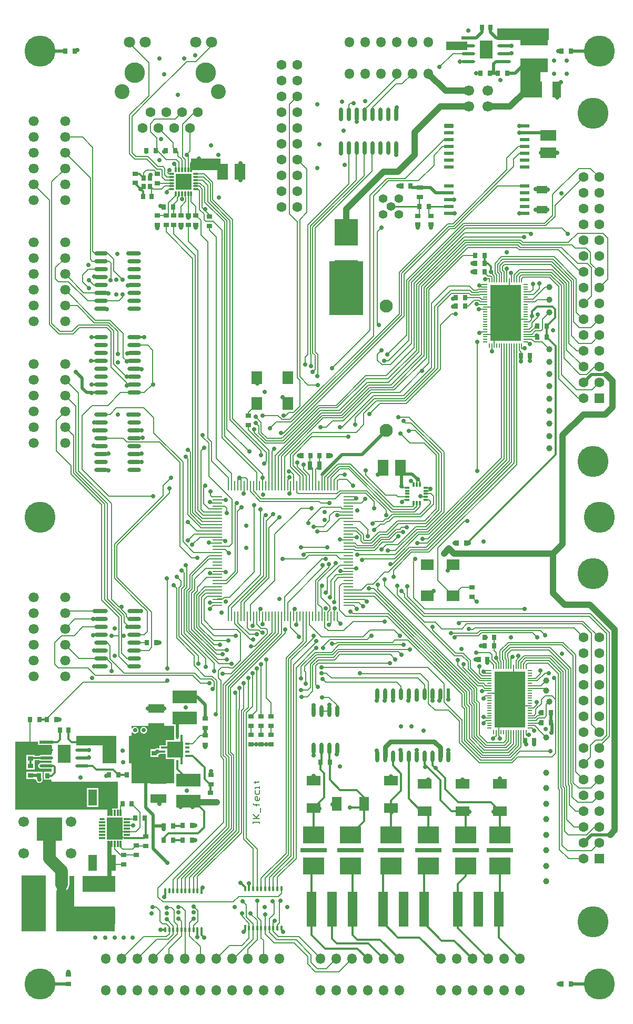
<source format=gtl>
G04 Layer_Physical_Order=1*
G04 Layer_Color=255*
%FSLAX44Y44*%
%MOMM*%
G71*
G01*
G75*
%ADD10R,0.8000X0.9000*%
%ADD11R,0.9000X0.8000*%
%ADD12O,0.8500X0.3000*%
%ADD13O,0.3000X0.8500*%
%ADD14R,2.6000X2.6000*%
%ADD15R,5.3000X2.5000*%
%ADD16C,1.0000*%
%ADD17R,1.8000X2.5000*%
%ADD18R,0.7500X0.8500*%
%ADD19R,0.8000X0.2000*%
%ADD20R,0.2000X0.8000*%
%ADD21O,0.2000X0.8000*%
%ADD22R,5.0000X9.0000*%
%ADD23R,1.0160X0.8000*%
%ADD24R,0.7000X1.4000*%
%ADD25R,0.3000X0.7000*%
%ADD26R,0.7000X0.3000*%
%ADD27R,0.8000X0.3000*%
%ADD28R,0.3000X0.8000*%
%ADD29O,0.3000X0.8000*%
%ADD30R,2.6000X2.6000*%
%ADD31R,2.6000X1.4000*%
%ADD32R,4.0000X2.0000*%
%ADD33R,2.2000X0.5000*%
%ADD34O,2.2000X0.5000*%
%ADD35R,2.1300X3.0000*%
%ADD36R,1.4000X2.6000*%
%ADD37R,0.3000X1.0000*%
%ADD38R,1.0000X0.3000*%
%ADD39O,1.0000X0.3000*%
%ADD40R,2.6000X3.6000*%
%ADD41R,1.6000X2.8000*%
%ADD42R,2.2000X1.5000*%
%ADD43R,3.5000X2.8000*%
%ADD44R,4.3000X0.8000*%
%ADD45R,1.5000X2.2000*%
%ADD46R,1.6000X5.6000*%
%ADD47O,2.2000X0.6000*%
%ADD48R,1.7000X1.2500*%
%ADD49O,0.2500X1.5500*%
%ADD50O,1.5500X0.2500*%
%ADD51R,1.8000X2.0000*%
%ADD52R,2.0000X1.8000*%
%ADD53O,0.6000X1.9000*%
%ADD54O,0.3000X1.0000*%
%ADD55R,0.3000X1.0000*%
G04:AMPARAMS|DCode=56|XSize=1.6mm|YSize=0.6mm|CornerRadius=0.15mm|HoleSize=0mm|Usage=FLASHONLY|Rotation=0.000|XOffset=0mm|YOffset=0mm|HoleType=Round|Shape=RoundedRectangle|*
%AMROUNDEDRECTD56*
21,1,1.6000,0.3000,0,0,0.0*
21,1,1.3000,0.6000,0,0,0.0*
1,1,0.3000,0.6500,-0.1500*
1,1,0.3000,-0.6500,-0.1500*
1,1,0.3000,-0.6500,0.1500*
1,1,0.3000,0.6500,0.1500*
%
%ADD56ROUNDEDRECTD56*%
%ADD57R,1.6000X0.6000*%
%ADD58R,0.6000X1.9000*%
%ADD59O,0.6000X1.9000*%
%ADD60R,2.5000X1.8000*%
%ADD61R,2.2000X4.5000*%
%ADD62O,0.6000X2.2000*%
%ADD63R,3.8000X4.2000*%
%ADD64R,4.5000X2.2000*%
%ADD65C,0.2000*%
%ADD66C,0.3000*%
%ADD67C,1.0000*%
%ADD68C,0.5000*%
%ADD69C,0.2540*%
%ADD70C,0.7500*%
%ADD71C,2.0000*%
%ADD72R,4.8000X1.9000*%
%ADD73R,3.2000X6.1000*%
%ADD74R,8.4000X1.9000*%
%ADD75R,6.3000X1.6000*%
%ADD76R,5.2000X1.2000*%
%ADD77R,0.8000X6.1000*%
%ADD78R,4.0000X9.0000*%
%ADD79R,0.7000X2.5000*%
%ADD80R,5.4000X8.7000*%
%ADD81R,4.1000X3.8000*%
%ADD82R,3.5000X1.4000*%
%ADD83C,2.4000*%
%ADD84C,1.6000*%
%ADD85C,3.3000*%
%ADD86C,1.8000*%
%ADD87C,2.1000*%
%ADD88O,1.5000X1.7000*%
%ADD89O,1.7000X1.5000*%
%ADD90C,1.4000*%
%ADD91R,1.6000X1.6000*%
%ADD92C,1.7000*%
%ADD93C,5.0000*%
%ADD94C,0.7000*%
%ADD95C,0.5000*%
G36*
X566000Y742000D02*
X552750D01*
Y733569D01*
X548000D01*
X547655Y733500D01*
X542000D01*
Y729123D01*
X540880Y728525D01*
X540646Y728681D01*
X538500Y729108D01*
X536354Y728681D01*
X534535Y727465D01*
X534478Y727380D01*
X527500D01*
Y715380D01*
X540500D01*
Y718290D01*
X540646Y718319D01*
X542465Y719535D01*
X542730Y719931D01*
X548000D01*
X548345Y720000D01*
X552750D01*
Y712000D01*
X566000D01*
Y673000D01*
X497000D01*
Y754794D01*
X498270Y755179D01*
X499035Y754035D01*
X500854Y752819D01*
X503000Y752392D01*
X505146Y752819D01*
X506965Y754035D01*
X508181Y755854D01*
X508608Y758000D01*
X508181Y760146D01*
X506965Y761965D01*
X505146Y763181D01*
X503000Y763608D01*
X500854Y763181D01*
X499035Y761965D01*
X498270Y760821D01*
X497000Y761206D01*
Y765000D01*
X566000D01*
Y742000D01*
D02*
G37*
G36*
X347000Y734500D02*
X369000D01*
Y718598D01*
X368500Y718188D01*
X351500D01*
X349744Y717839D01*
X348741Y717169D01*
X341500D01*
Y718380D01*
X328500D01*
Y706380D01*
Y694620D01*
X341500D01*
Y706380D01*
Y710031D01*
X348741D01*
X349744Y709361D01*
X351500Y709012D01*
X368500D01*
X369000Y708602D01*
Y705899D01*
X368500Y705488D01*
X351500D01*
X349744Y705139D01*
X348256Y704144D01*
X347261Y702656D01*
X346912Y700900D01*
X347261Y699144D01*
X348256Y697656D01*
X349744Y696661D01*
X351500Y696312D01*
X368500D01*
X369000Y695901D01*
Y692152D01*
X368000Y691500D01*
X356000D01*
Y678500D01*
X368000D01*
X369000Y677848D01*
Y675000D01*
X475000D01*
Y632000D01*
X466500D01*
Y630000D01*
X310000D01*
Y740000D01*
X347000D01*
Y734500D01*
D02*
G37*
G36*
X405000Y475000D02*
X470000D01*
Y435000D01*
X376000D01*
Y500179D01*
X377270Y500806D01*
X378948Y499518D01*
X381867Y498309D01*
X385000Y497896D01*
X388133Y498309D01*
X391052Y499518D01*
X393559Y501441D01*
X395482Y503948D01*
X396691Y506867D01*
X397104Y510000D01*
Y524000D01*
X405000D01*
Y475000D01*
D02*
G37*
%LPC*%
G36*
X517000Y763608D02*
X514854Y763181D01*
X513035Y761965D01*
X511819Y760146D01*
X511392Y758000D01*
X511819Y755854D01*
X513035Y754035D01*
X514854Y752819D01*
X517000Y752392D01*
X519146Y752819D01*
X520965Y754035D01*
X522181Y755854D01*
X522608Y758000D01*
X522181Y760146D01*
X520965Y761965D01*
X519146Y763181D01*
X517000Y763608D01*
D02*
G37*
G36*
X342000Y691500D02*
X341500Y691380D01*
X341500Y691380D01*
X328500D01*
Y679380D01*
X341500D01*
X342000Y678500D01*
X343492D01*
X343819Y676854D01*
X345035Y675035D01*
X346854Y673819D01*
X349000Y673392D01*
X351146Y673819D01*
X352965Y675035D01*
X354181Y676854D01*
X354608Y679000D01*
X354181Y681146D01*
X354000Y681417D01*
Y691500D01*
X342720D01*
X342000Y691500D01*
D02*
G37*
G36*
X443760Y665000D02*
X425760D01*
Y635000D01*
X443760D01*
Y665000D01*
D02*
G37*
%LPD*%
D10*
X567620Y1690000D02*
D03*
X552380D02*
D03*
X536620D02*
D03*
X521380D02*
D03*
X946000Y1633000D02*
D03*
X932000D02*
D03*
X975620Y1600000D02*
D03*
X960380D02*
D03*
X1189380Y1850000D02*
D03*
X1204620D02*
D03*
X1189380Y350000D02*
D03*
X1204620D02*
D03*
X405620Y1850000D02*
D03*
X390380D02*
D03*
X1150380Y1408000D02*
D03*
X1165620D02*
D03*
X1150380Y1390000D02*
D03*
X1165620D02*
D03*
X530000Y1616000D02*
D03*
X516000D02*
D03*
X549380Y1599000D02*
D03*
X564620D02*
D03*
X1124000Y1360000D02*
D03*
X1138000D02*
D03*
X1065620Y1521000D02*
D03*
X1050380D02*
D03*
X1065620Y1508000D02*
D03*
X1050380D02*
D03*
X1065620Y1495000D02*
D03*
X1050380D02*
D03*
X1034620Y1453000D02*
D03*
X1019380D02*
D03*
X1034620Y1440000D02*
D03*
X1019380D02*
D03*
X1157380Y786000D02*
D03*
X1172620D02*
D03*
X1157380Y770000D02*
D03*
X1172620D02*
D03*
X1131000Y741000D02*
D03*
X1145000D02*
D03*
X1070000Y872000D02*
D03*
X1056000D02*
D03*
X1080620Y894000D02*
D03*
X1065380D02*
D03*
X1080620Y907000D02*
D03*
X1065380D02*
D03*
X489380Y686000D02*
D03*
X504620D02*
D03*
X461380D02*
D03*
X476620D02*
D03*
X594620Y605000D02*
D03*
X579380D02*
D03*
X564620Y604000D02*
D03*
X549380D02*
D03*
X564620Y581000D02*
D03*
X549380D02*
D03*
X594620Y581000D02*
D03*
X579380D02*
D03*
X349620Y775000D02*
D03*
X334380D02*
D03*
X376620D02*
D03*
X361380D02*
D03*
X382000Y758000D02*
D03*
X396000D02*
D03*
X362000Y685000D02*
D03*
X348000D02*
D03*
X483000Y640000D02*
D03*
X497000D02*
D03*
X518620Y617000D02*
D03*
X503380D02*
D03*
X816620Y707000D02*
D03*
X801380D02*
D03*
X800000Y1199000D02*
D03*
X814000D02*
D03*
X785000Y1199000D02*
D03*
X771000D02*
D03*
X1020380Y1059000D02*
D03*
X1035620D02*
D03*
X522380Y899000D02*
D03*
X537620D02*
D03*
X1061000Y1888000D02*
D03*
X1075000D02*
D03*
X1086380Y1814000D02*
D03*
X1101620D02*
D03*
X1058380D02*
D03*
X1073620D02*
D03*
D11*
X979000Y1571000D02*
D03*
Y1585000D02*
D03*
X958000Y1571000D02*
D03*
Y1585000D02*
D03*
X396000Y365620D02*
D03*
Y350380D02*
D03*
X539000Y1652620D02*
D03*
Y1637380D02*
D03*
X503000Y1652000D02*
D03*
Y1638000D02*
D03*
X623000Y1583620D02*
D03*
Y1568380D02*
D03*
X601000Y1570380D02*
D03*
Y1585620D02*
D03*
X589000D02*
D03*
Y1570380D02*
D03*
X577000D02*
D03*
Y1585620D02*
D03*
X565000D02*
D03*
Y1570380D02*
D03*
X553000Y1585620D02*
D03*
Y1570380D02*
D03*
X539000D02*
D03*
Y1585620D02*
D03*
X685000Y1248380D02*
D03*
Y1263620D02*
D03*
X616000Y761380D02*
D03*
Y776620D02*
D03*
Y734380D02*
D03*
Y749620D02*
D03*
X534000Y721380D02*
D03*
Y736620D02*
D03*
X625000Y686620D02*
D03*
Y671380D02*
D03*
X624000Y657620D02*
D03*
Y642380D02*
D03*
X335000Y712380D02*
D03*
Y727620D02*
D03*
Y685380D02*
D03*
Y700620D02*
D03*
X520000Y587620D02*
D03*
Y572380D02*
D03*
X505000Y572620D02*
D03*
Y557380D02*
D03*
X485000Y557620D02*
D03*
Y542380D02*
D03*
X690000Y735380D02*
D03*
Y750620D02*
D03*
X706000Y735380D02*
D03*
Y750620D02*
D03*
X722000Y735380D02*
D03*
Y750620D02*
D03*
X690000Y765380D02*
D03*
Y780620D02*
D03*
X706000Y765380D02*
D03*
Y780620D02*
D03*
X722000Y765380D02*
D03*
Y780620D02*
D03*
X1045000Y972380D02*
D03*
Y987620D02*
D03*
D12*
X561500Y1652500D02*
D03*
Y1647500D02*
D03*
Y1642500D02*
D03*
Y1637500D02*
D03*
Y1632500D02*
D03*
Y1627500D02*
D03*
X600500D02*
D03*
Y1632500D02*
D03*
Y1637500D02*
D03*
Y1642500D02*
D03*
Y1647500D02*
D03*
Y1652500D02*
D03*
D13*
X568500Y1620500D02*
D03*
X573500D02*
D03*
X578500D02*
D03*
X583500D02*
D03*
X588500D02*
D03*
X593500D02*
D03*
Y1659500D02*
D03*
X588500D02*
D03*
X583500D02*
D03*
X578500D02*
D03*
X573500D02*
D03*
X568500D02*
D03*
D14*
X581000Y1640000D02*
D03*
D15*
X445000Y511000D02*
D03*
Y459000D02*
D03*
D16*
X1170000Y1470000D02*
D03*
Y1450000D02*
D03*
Y1430000D02*
D03*
Y1370000D02*
D03*
Y1350000D02*
D03*
Y1330500D02*
D03*
Y1311000D02*
D03*
Y1291000D02*
D03*
Y1271000D02*
D03*
Y1251000D02*
D03*
Y1231000D02*
D03*
Y1211034D02*
D03*
Y804000D02*
D03*
X1165000Y822000D02*
D03*
Y838000D02*
D03*
Y746000D02*
D03*
Y690000D02*
D03*
Y665000D02*
D03*
Y640000D02*
D03*
Y615000D02*
D03*
Y590000D02*
D03*
Y565000D02*
D03*
Y540000D02*
D03*
Y515000D02*
D03*
D17*
X644000Y1656000D02*
D03*
X672000D02*
D03*
X902000Y1180000D02*
D03*
X930000D02*
D03*
D18*
X516750Y1645750D02*
D03*
Y1632250D02*
D03*
X527250D02*
D03*
Y1645750D02*
D03*
D19*
X1066500Y1382500D02*
D03*
Y1386500D02*
D03*
Y1390500D02*
D03*
Y1394500D02*
D03*
Y1398500D02*
D03*
Y1402500D02*
D03*
Y1406500D02*
D03*
Y1410500D02*
D03*
Y1414500D02*
D03*
Y1418500D02*
D03*
Y1422500D02*
D03*
Y1426500D02*
D03*
Y1430500D02*
D03*
Y1434500D02*
D03*
Y1438500D02*
D03*
Y1442500D02*
D03*
Y1446500D02*
D03*
Y1450500D02*
D03*
Y1454500D02*
D03*
Y1458500D02*
D03*
Y1462500D02*
D03*
Y1466500D02*
D03*
Y1470500D02*
D03*
Y1474500D02*
D03*
X1131500D02*
D03*
Y1470500D02*
D03*
Y1466500D02*
D03*
Y1462500D02*
D03*
Y1458500D02*
D03*
Y1454500D02*
D03*
Y1450500D02*
D03*
Y1446500D02*
D03*
Y1442500D02*
D03*
Y1438500D02*
D03*
Y1434500D02*
D03*
Y1430500D02*
D03*
Y1426500D02*
D03*
Y1422500D02*
D03*
Y1418500D02*
D03*
Y1414500D02*
D03*
Y1410500D02*
D03*
Y1406500D02*
D03*
Y1402500D02*
D03*
Y1398500D02*
D03*
Y1394500D02*
D03*
Y1390500D02*
D03*
Y1386500D02*
D03*
Y1382500D02*
D03*
X1073500Y761500D02*
D03*
Y765500D02*
D03*
Y769500D02*
D03*
Y773500D02*
D03*
Y777500D02*
D03*
Y781500D02*
D03*
Y785500D02*
D03*
Y789500D02*
D03*
Y793500D02*
D03*
Y797500D02*
D03*
Y801500D02*
D03*
Y805500D02*
D03*
Y809500D02*
D03*
Y813500D02*
D03*
Y817500D02*
D03*
Y821500D02*
D03*
Y825500D02*
D03*
Y829500D02*
D03*
Y833500D02*
D03*
Y837500D02*
D03*
Y841500D02*
D03*
Y845500D02*
D03*
Y849500D02*
D03*
Y853500D02*
D03*
X1138500D02*
D03*
Y849500D02*
D03*
Y845500D02*
D03*
Y841500D02*
D03*
Y837500D02*
D03*
Y833500D02*
D03*
Y829500D02*
D03*
Y825500D02*
D03*
Y821500D02*
D03*
Y817500D02*
D03*
Y813500D02*
D03*
Y809500D02*
D03*
Y805500D02*
D03*
Y801500D02*
D03*
Y797500D02*
D03*
Y793500D02*
D03*
Y789500D02*
D03*
Y785500D02*
D03*
Y781500D02*
D03*
Y777500D02*
D03*
Y773500D02*
D03*
Y769500D02*
D03*
Y765500D02*
D03*
Y761500D02*
D03*
D20*
X1073000Y1481000D02*
D03*
X1077000D02*
D03*
X1081000D02*
D03*
X1085000D02*
D03*
X1089000D02*
D03*
X1093000D02*
D03*
X1097000D02*
D03*
X1101000D02*
D03*
X1105000D02*
D03*
X1109000D02*
D03*
X1113000D02*
D03*
X1117000D02*
D03*
X1121000D02*
D03*
X1125000D02*
D03*
Y1376000D02*
D03*
X1121000D02*
D03*
X1117000D02*
D03*
X1113000D02*
D03*
X1109000D02*
D03*
X1105000D02*
D03*
X1101000D02*
D03*
X1097000D02*
D03*
X1093000D02*
D03*
X1089000D02*
D03*
X1085000D02*
D03*
X1081000D02*
D03*
X1077000D02*
D03*
X1080000Y860000D02*
D03*
X1084000D02*
D03*
X1088000D02*
D03*
X1092000D02*
D03*
X1096000D02*
D03*
X1100000D02*
D03*
X1104000D02*
D03*
X1108000D02*
D03*
X1112000D02*
D03*
X1116000D02*
D03*
X1120000D02*
D03*
X1124000D02*
D03*
X1128000D02*
D03*
X1132000D02*
D03*
Y755000D02*
D03*
X1128000D02*
D03*
X1124000D02*
D03*
X1120000D02*
D03*
X1116000D02*
D03*
X1112000D02*
D03*
X1108000D02*
D03*
X1104000D02*
D03*
X1100000D02*
D03*
X1096000D02*
D03*
X1092000D02*
D03*
X1088000D02*
D03*
X1084000D02*
D03*
D21*
X1073000Y1376000D02*
D03*
X1080000Y755000D02*
D03*
D22*
X1099000Y1428500D02*
D03*
X1106000Y807500D02*
D03*
D23*
X961000Y1630620D02*
D03*
Y1615380D02*
D03*
D24*
X784500Y1183000D02*
D03*
X799500D02*
D03*
D25*
X951000Y1153000D02*
D03*
X956000D02*
D03*
X961000D02*
D03*
Y1123000D02*
D03*
X956000D02*
D03*
X951000D02*
D03*
D26*
X971000Y1148000D02*
D03*
Y1143000D02*
D03*
Y1138000D02*
D03*
Y1133000D02*
D03*
Y1128000D02*
D03*
X941000D02*
D03*
Y1133000D02*
D03*
Y1138000D02*
D03*
Y1143000D02*
D03*
Y1148000D02*
D03*
D27*
X548000Y717000D02*
D03*
Y723500D02*
D03*
Y730000D02*
D03*
Y736500D02*
D03*
X587500D02*
D03*
Y730000D02*
D03*
Y723500D02*
D03*
Y717000D02*
D03*
D28*
X558000Y747000D02*
D03*
X564500D02*
D03*
X571000D02*
D03*
X577500D02*
D03*
Y707000D02*
D03*
X571000D02*
D03*
X564500D02*
D03*
D29*
X558000D02*
D03*
D30*
X567750Y727000D02*
D03*
D31*
X541000Y678240D02*
D03*
Y647760D02*
D03*
X537000Y762760D02*
D03*
Y793240D02*
D03*
D32*
X589000Y678000D02*
D03*
Y644000D02*
D03*
X583000Y778000D02*
D03*
Y812000D02*
D03*
D33*
X360000Y739000D02*
D03*
X1039000Y1871000D02*
D03*
D34*
X360000Y726300D02*
D03*
Y713600D02*
D03*
Y700900D02*
D03*
X417500Y739000D02*
D03*
Y726300D02*
D03*
Y713600D02*
D03*
Y700900D02*
D03*
X1096500Y1832900D02*
D03*
Y1845600D02*
D03*
Y1858300D02*
D03*
Y1871000D02*
D03*
X1039000Y1832900D02*
D03*
Y1845600D02*
D03*
Y1858300D02*
D03*
D35*
X388750Y719950D02*
D03*
X1067750Y1851950D02*
D03*
D36*
X465240Y650000D02*
D03*
X434760D02*
D03*
X465240Y545000D02*
D03*
X434760D02*
D03*
X1150760Y1788000D02*
D03*
X1181240D02*
D03*
D37*
X460000Y625000D02*
D03*
X465000D02*
D03*
X470000D02*
D03*
X475000D02*
D03*
X480000D02*
D03*
Y575000D02*
D03*
X475000D02*
D03*
X470000D02*
D03*
X465000D02*
D03*
X460000D02*
D03*
D38*
X490000Y615000D02*
D03*
Y610000D02*
D03*
Y605000D02*
D03*
Y600000D02*
D03*
Y595000D02*
D03*
Y590000D02*
D03*
Y585000D02*
D03*
X450000D02*
D03*
Y590000D02*
D03*
Y595000D02*
D03*
Y600000D02*
D03*
Y605000D02*
D03*
Y610000D02*
D03*
D39*
Y615000D02*
D03*
D40*
X470000Y600000D02*
D03*
D41*
X385000Y510000D02*
D03*
X328000D02*
D03*
X385000Y450000D02*
D03*
X328000D02*
D03*
D42*
X790000Y677000D02*
D03*
Y633000D02*
D03*
X915000Y677000D02*
D03*
Y633000D02*
D03*
X1090000Y628000D02*
D03*
Y672000D02*
D03*
X1030000D02*
D03*
Y628000D02*
D03*
X969000D02*
D03*
Y672000D02*
D03*
D43*
X1090000Y590000D02*
D03*
Y540000D02*
D03*
X1035000Y590000D02*
D03*
Y540000D02*
D03*
X975000Y590000D02*
D03*
Y540000D02*
D03*
X915000Y590000D02*
D03*
Y540000D02*
D03*
X850000Y590000D02*
D03*
Y540000D02*
D03*
X790000Y590000D02*
D03*
Y540000D02*
D03*
D44*
X1090000Y565000D02*
D03*
X1035000D02*
D03*
X975000D02*
D03*
X915000D02*
D03*
X850000D02*
D03*
X790000D02*
D03*
D45*
X872000Y640000D02*
D03*
X828000D02*
D03*
D46*
X902000Y470000D02*
D03*
X968000D02*
D03*
X935000D02*
D03*
X787000D02*
D03*
X853000D02*
D03*
X820000D02*
D03*
X1022000D02*
D03*
X1088000D02*
D03*
X1055000D02*
D03*
D47*
X448000Y1524450D02*
D03*
Y1511750D02*
D03*
Y1499050D02*
D03*
Y1486350D02*
D03*
Y1473650D02*
D03*
Y1460950D02*
D03*
Y1448250D02*
D03*
Y1435550D02*
D03*
X502000Y1524450D02*
D03*
Y1511750D02*
D03*
Y1499050D02*
D03*
Y1486350D02*
D03*
Y1473650D02*
D03*
Y1460950D02*
D03*
Y1448250D02*
D03*
Y1435550D02*
D03*
Y1300550D02*
D03*
Y1313250D02*
D03*
Y1325950D02*
D03*
Y1338650D02*
D03*
Y1351350D02*
D03*
Y1364050D02*
D03*
Y1376750D02*
D03*
Y1389450D02*
D03*
X448000Y1300550D02*
D03*
Y1313250D02*
D03*
Y1325950D02*
D03*
Y1338650D02*
D03*
Y1351350D02*
D03*
Y1364050D02*
D03*
Y1376750D02*
D03*
Y1389450D02*
D03*
Y1265450D02*
D03*
Y1252750D02*
D03*
Y1240050D02*
D03*
Y1227350D02*
D03*
Y1214650D02*
D03*
Y1201950D02*
D03*
Y1189250D02*
D03*
Y1176550D02*
D03*
X502000Y1265450D02*
D03*
Y1252750D02*
D03*
Y1240050D02*
D03*
Y1227350D02*
D03*
Y1214650D02*
D03*
Y1201950D02*
D03*
Y1189250D02*
D03*
Y1176550D02*
D03*
Y860550D02*
D03*
Y873250D02*
D03*
Y885950D02*
D03*
Y898650D02*
D03*
Y911350D02*
D03*
Y924050D02*
D03*
Y936750D02*
D03*
Y949450D02*
D03*
X448000Y860550D02*
D03*
Y873250D02*
D03*
Y885950D02*
D03*
Y898650D02*
D03*
Y911350D02*
D03*
Y924050D02*
D03*
Y936750D02*
D03*
Y949450D02*
D03*
D48*
X1158002Y1595000D02*
D03*
Y1627000D02*
D03*
D49*
X828500Y1151250D02*
D03*
X823500D02*
D03*
X818500D02*
D03*
X813500D02*
D03*
X808500D02*
D03*
X803500D02*
D03*
X798500D02*
D03*
X793500D02*
D03*
X788500D02*
D03*
X783500D02*
D03*
X778500D02*
D03*
X773500D02*
D03*
X768500D02*
D03*
X763500D02*
D03*
X758500D02*
D03*
X753500D02*
D03*
X748500D02*
D03*
X743500D02*
D03*
X738500D02*
D03*
X733500D02*
D03*
X728500D02*
D03*
X723500D02*
D03*
X718500D02*
D03*
X713500D02*
D03*
X708500D02*
D03*
X703500D02*
D03*
X698500D02*
D03*
X693500D02*
D03*
X688500D02*
D03*
X683500D02*
D03*
X678500D02*
D03*
X673500D02*
D03*
X668500D02*
D03*
X663500D02*
D03*
X658500D02*
D03*
X653500D02*
D03*
Y940750D02*
D03*
X658500D02*
D03*
X663500D02*
D03*
X668500D02*
D03*
X673500D02*
D03*
X678500D02*
D03*
X683500D02*
D03*
X688500D02*
D03*
X693500D02*
D03*
X698500D02*
D03*
X703500D02*
D03*
X708500D02*
D03*
X713500D02*
D03*
X718500D02*
D03*
X723500D02*
D03*
X728500D02*
D03*
X733500D02*
D03*
X738500D02*
D03*
X743500D02*
D03*
X748500D02*
D03*
X753500D02*
D03*
X758500D02*
D03*
X763500D02*
D03*
X768500D02*
D03*
X773500D02*
D03*
X778500D02*
D03*
X783500D02*
D03*
X788500D02*
D03*
X793500D02*
D03*
X798500D02*
D03*
X803500D02*
D03*
X808500D02*
D03*
X813500D02*
D03*
X818500D02*
D03*
X823500D02*
D03*
X828500D02*
D03*
D50*
X635750Y1133500D02*
D03*
Y1128500D02*
D03*
Y1123500D02*
D03*
Y1118500D02*
D03*
Y1113500D02*
D03*
Y1108500D02*
D03*
Y1103500D02*
D03*
Y1098500D02*
D03*
Y1093500D02*
D03*
Y1088500D02*
D03*
Y1083500D02*
D03*
Y1078500D02*
D03*
Y1073500D02*
D03*
Y1068500D02*
D03*
Y1063500D02*
D03*
Y1058500D02*
D03*
Y1053500D02*
D03*
Y1048500D02*
D03*
Y1043500D02*
D03*
Y1038500D02*
D03*
Y1033500D02*
D03*
Y1028500D02*
D03*
Y1023500D02*
D03*
Y1018500D02*
D03*
Y1013500D02*
D03*
Y1008500D02*
D03*
Y1003500D02*
D03*
Y998500D02*
D03*
Y993500D02*
D03*
Y988500D02*
D03*
Y983500D02*
D03*
Y978500D02*
D03*
Y973500D02*
D03*
Y968500D02*
D03*
Y963500D02*
D03*
Y958500D02*
D03*
X846250D02*
D03*
Y963500D02*
D03*
Y968500D02*
D03*
Y973500D02*
D03*
Y978500D02*
D03*
Y983500D02*
D03*
Y988500D02*
D03*
Y993500D02*
D03*
Y998500D02*
D03*
Y1003500D02*
D03*
Y1008500D02*
D03*
Y1013500D02*
D03*
Y1018500D02*
D03*
Y1023500D02*
D03*
Y1028500D02*
D03*
Y1033500D02*
D03*
Y1038500D02*
D03*
Y1043500D02*
D03*
Y1048500D02*
D03*
Y1053500D02*
D03*
Y1058500D02*
D03*
Y1063500D02*
D03*
Y1068500D02*
D03*
Y1073500D02*
D03*
Y1078500D02*
D03*
Y1083500D02*
D03*
Y1088500D02*
D03*
Y1093500D02*
D03*
Y1098500D02*
D03*
Y1103500D02*
D03*
Y1108500D02*
D03*
Y1113500D02*
D03*
Y1118500D02*
D03*
Y1123500D02*
D03*
Y1128500D02*
D03*
Y1133500D02*
D03*
D51*
X699000Y1283000D02*
D03*
X749000D02*
D03*
X699000Y1325000D02*
D03*
X749000D02*
D03*
D52*
X1015000Y974000D02*
D03*
Y1024000D02*
D03*
X973000Y974000D02*
D03*
Y1024000D02*
D03*
D53*
X789950Y729000D02*
D03*
X802650D02*
D03*
X815350D02*
D03*
X828050D02*
D03*
X789950Y789000D02*
D03*
X802650D02*
D03*
X815350D02*
D03*
X828050D02*
D03*
D54*
X738500Y503000D02*
D03*
X732000D02*
D03*
X725500D02*
D03*
X719000D02*
D03*
X712500D02*
D03*
X706000D02*
D03*
X699500D02*
D03*
X693000D02*
D03*
X686500D02*
D03*
X680000D02*
D03*
X738500Y440000D02*
D03*
X732000D02*
D03*
X725500D02*
D03*
X719000D02*
D03*
X712500D02*
D03*
X706000D02*
D03*
X699500D02*
D03*
X693000D02*
D03*
X686500D02*
D03*
X551500Y437000D02*
D03*
X558000D02*
D03*
X564500D02*
D03*
X571000D02*
D03*
X577500D02*
D03*
X584000D02*
D03*
X590500D02*
D03*
X597000D02*
D03*
X603500D02*
D03*
X610000D02*
D03*
X551500Y500000D02*
D03*
X558000D02*
D03*
X564500D02*
D03*
X571000D02*
D03*
X577500D02*
D03*
X584000D02*
D03*
X590500D02*
D03*
X597000D02*
D03*
X603500D02*
D03*
D55*
X680000Y440000D02*
D03*
X610000Y500000D02*
D03*
D56*
X1008000Y1729000D02*
D03*
D57*
Y1718000D02*
D03*
Y1707000D02*
D03*
Y1696000D02*
D03*
Y1685000D02*
D03*
Y1674000D02*
D03*
Y1663000D02*
D03*
Y1633000D02*
D03*
Y1622000D02*
D03*
Y1611000D02*
D03*
Y1600000D02*
D03*
Y1589000D02*
D03*
X1130000Y1729000D02*
D03*
Y1718000D02*
D03*
Y1707000D02*
D03*
Y1696000D02*
D03*
Y1685000D02*
D03*
Y1674000D02*
D03*
Y1663000D02*
D03*
Y1633000D02*
D03*
Y1622000D02*
D03*
Y1611000D02*
D03*
Y1600000D02*
D03*
Y1589000D02*
D03*
D58*
X1006700Y816000D02*
D03*
D59*
X994000D02*
D03*
X981300D02*
D03*
X968600D02*
D03*
X955900D02*
D03*
X943200D02*
D03*
X930500D02*
D03*
X917800D02*
D03*
X1006700Y716000D02*
D03*
X994000D02*
D03*
X981300D02*
D03*
X968600D02*
D03*
X955900D02*
D03*
X943200D02*
D03*
X930500D02*
D03*
X917800D02*
D03*
X905100Y816000D02*
D03*
X892400D02*
D03*
Y716000D02*
D03*
X905100D02*
D03*
D60*
X1168000Y1686000D02*
D03*
Y1714000D02*
D03*
D61*
X461500Y727000D02*
D03*
X504500D02*
D03*
D62*
X834550Y1694000D02*
D03*
X847250D02*
D03*
X859950D02*
D03*
X872650D02*
D03*
X885350D02*
D03*
X898050D02*
D03*
X910750D02*
D03*
X923450D02*
D03*
X834550Y1748000D02*
D03*
X847250D02*
D03*
X859950D02*
D03*
X872650D02*
D03*
X885350D02*
D03*
X898050D02*
D03*
X910750D02*
D03*
X923450D02*
D03*
D63*
X843000Y1558000D02*
D03*
Y1492000D02*
D03*
D64*
X1145000Y1826500D02*
D03*
Y1869500D02*
D03*
D65*
X604000Y1112000D02*
Y1529000D01*
X589000Y1544000D02*
Y1570380D01*
Y1544000D02*
X604000Y1529000D01*
X600000Y1109657D02*
Y1521000D01*
X565000Y1556000D02*
Y1570380D01*
Y1556000D02*
X600000Y1521000D01*
X596000Y1252000D02*
Y1516000D01*
X553000Y1559000D02*
Y1570380D01*
Y1559000D02*
X596000Y1516000D01*
X660000Y1258637D02*
Y1579000D01*
X624000Y1609314D02*
X656000Y1577314D01*
Y1256981D02*
Y1577314D01*
X651000Y1242000D02*
Y1576657D01*
X634000Y1195000D02*
Y1551000D01*
X623000Y1562000D02*
X634000Y1551000D01*
X623000Y1562000D02*
Y1568380D01*
X634000Y1195000D02*
X658500Y1170500D01*
X626000Y1191000D02*
Y1221000D01*
X620000Y1227000D02*
X626000Y1221000D01*
X622000Y1166000D02*
Y1219343D01*
X612000Y1229343D02*
X622000Y1219343D01*
X629000Y1576000D02*
X643000Y1562000D01*
X656000Y1256981D02*
X706000Y1206981D01*
X628000Y1611000D02*
X660000Y1579000D01*
X620000Y1607657D02*
X651000Y1576657D01*
X609000Y1554000D02*
Y1577620D01*
Y1554000D02*
X620000Y1543000D01*
X643000Y1228000D02*
Y1562000D01*
X647000Y1231000D02*
Y1575000D01*
X626250Y1858250D02*
Y1863900D01*
X601000Y1833000D02*
X626250Y1858250D01*
X586192Y1833000D02*
X601000D01*
X528192Y1775000D02*
X586192Y1833000D01*
X528000Y1775000D02*
X528192D01*
X493750Y1862250D02*
X525000Y1831000D01*
Y1778000D02*
Y1831000D01*
X522000Y1676000D02*
X538380Y1659620D01*
X554500Y1647500D02*
X561500D01*
X540000Y1664000D02*
X548000D01*
X551000Y1651000D02*
Y1661000D01*
Y1651000D02*
X554500Y1647500D01*
X548000Y1664000D02*
X551000Y1661000D01*
X546500Y1647500D02*
Y1657863D01*
Y1647500D02*
X551500Y1642500D01*
X544743Y1659620D02*
X546500Y1657863D01*
X551500Y1642500D02*
X561500D01*
X538380Y1659620D02*
X544743D01*
X493757Y1746757D02*
X525000Y1778000D01*
X493757Y1684828D02*
Y1746757D01*
X498000Y1745000D02*
X528000Y1775000D01*
X498000Y1686243D02*
Y1745000D01*
X493757Y1684828D02*
X502586Y1676000D01*
X522000D01*
X498000Y1686243D02*
X504000Y1680243D01*
X523757D01*
X540000Y1664000D01*
X572000Y1681343D02*
X578500Y1674843D01*
X572000Y1681343D02*
Y1687620D01*
X564620Y1695000D02*
X572000Y1687620D01*
X564620Y1695000D02*
Y1702380D01*
X541000Y1726000D02*
X564620Y1702380D01*
X573500Y1659500D02*
Y1671000D01*
X528000Y1719686D02*
X537686Y1710000D01*
X569500Y1675000D02*
X573500Y1671000D01*
X553000Y1675000D02*
X569500D01*
X537686Y1690314D02*
X553000Y1675000D01*
X537686Y1690314D02*
Y1710000D01*
X567700Y1740000D02*
X579100Y1751400D01*
X535000Y1740000D02*
X567700D01*
X528000Y1733000D02*
X535000Y1740000D01*
X528000Y1719686D02*
Y1733000D01*
X578500Y1659500D02*
Y1674843D01*
X599400Y1751400D02*
X604500D01*
X579500Y1731500D02*
X599400Y1751400D01*
X579500Y1679500D02*
Y1731500D01*
Y1679500D02*
X583500Y1675500D01*
Y1659500D02*
Y1675500D01*
X591750Y1688750D02*
Y1726000D01*
X586000Y1683000D02*
X591750Y1688750D01*
X586000Y1683000D02*
X588500Y1680500D01*
Y1659500D02*
Y1680500D01*
X881000Y1401000D02*
Y1618000D01*
X887000Y1391971D02*
Y1617000D01*
X820000Y1340000D02*
X881000Y1401000D01*
X933000Y1797000D02*
X949600Y1813600D01*
X923000Y1797000D02*
X933000D01*
X885350Y1759350D02*
X923000Y1797000D01*
X885350Y1748000D02*
Y1759350D01*
X872650Y1755650D02*
X924200Y1807200D01*
X872650Y1748000D02*
Y1755650D01*
X859950Y1748000D02*
Y1756950D01*
X850000Y1766000D02*
X855000D01*
X847250Y1763250D02*
X850000Y1766000D01*
X847250Y1748000D02*
Y1763250D01*
X1185000Y1323000D02*
X1216600Y1291400D01*
X1189000Y1330000D02*
X1214000Y1305000D01*
X960380Y1600000D02*
Y1614760D01*
X975620Y1588380D02*
Y1600000D01*
X960380Y1587380D02*
Y1600000D01*
X990000Y1051000D02*
X1033000Y1094000D01*
X990000Y999000D02*
Y1051000D01*
Y999000D02*
X1015000Y974000D01*
X1045000Y972380D02*
X1052380Y965000D01*
X1053000D01*
X1015000Y974000D02*
X1028620Y987620D01*
X1045000D01*
X951000Y1030000D02*
X954000Y1033000D01*
X951000Y971000D02*
Y1030000D01*
Y971000D02*
X969000Y953000D01*
X967343Y941000D02*
X1234343D01*
X937000Y971343D02*
X967343Y941000D01*
X937000Y971343D02*
Y977000D01*
X932000Y982000D02*
X937000Y977000D01*
X969000Y945000D02*
X1236000D01*
X941000Y973000D02*
X969000Y945000D01*
X941000Y973000D02*
Y989000D01*
X969000Y953000D02*
X1130000D01*
X974337Y1066000D02*
X1101000Y1192663D01*
X975681Y1073000D02*
X1097000Y1194319D01*
X974024Y1077000D02*
X1093000Y1195976D01*
X972994Y1059000D02*
X1105000Y1191006D01*
X976000Y1044000D02*
X1117000Y1185000D01*
X973308Y1048000D02*
X1113000Y1187692D01*
X971651Y1052000D02*
X1109000Y1189349D01*
X1000000Y1108633D02*
Y1205000D01*
X972367Y1081000D02*
X1000000Y1108633D01*
X996000Y1110290D02*
Y1203343D01*
X970710Y1085000D02*
X996000Y1110290D01*
X992000Y1111947D02*
Y1201686D01*
X970553Y1090500D02*
X992000Y1111947D01*
X988000Y1113604D02*
Y1200030D01*
X968896Y1094500D02*
X988000Y1113604D01*
X971000Y1138000D02*
X979000D01*
X983000Y1134000D01*
Y1121343D02*
Y1134000D01*
X962657Y1101000D02*
X983000Y1121343D01*
X925337Y1094500D02*
X968896D01*
X960030Y1073000D02*
X975681D01*
X958373Y1077000D02*
X974024D01*
X956000Y1081000D02*
X972367D01*
X954343Y1085000D02*
X970710D01*
X926994Y1090500D02*
X970553D01*
X1033000Y1094000D02*
X1038000D01*
X1234343Y941000D02*
X1262000Y913343D01*
Y750000D02*
Y913343D01*
X1254000Y742000D02*
X1262000Y750000D01*
X1236000Y945000D02*
X1266000Y915000D01*
Y748343D02*
Y915000D01*
X1250000Y732343D02*
X1266000Y748343D01*
X986000Y932000D02*
X997000Y921000D01*
X969151Y932000D02*
X986000D01*
X925000Y976151D02*
X969151Y932000D01*
X997000Y921000D02*
X1029000D01*
X1237000Y767600D02*
X1250000Y754600D01*
X1237000Y767600D02*
Y914343D01*
X1222343Y929000D02*
X1237000Y914343D01*
X1037000Y929000D02*
X1222343D01*
X1029000Y921000D02*
X1037000Y929000D01*
X1027000Y933000D02*
X1224000D01*
X1024000Y930000D02*
X1027000Y933000D01*
X1224000D02*
X1250000Y907000D01*
X595000Y1056000D02*
X607500Y1068500D01*
X635750D01*
X588000Y1063000D02*
X598500Y1073500D01*
X635750D01*
X1190000Y1565000D02*
X1199000Y1556000D01*
X893000Y1353000D02*
X900500Y1345500D01*
X893000Y1353000D02*
Y1362000D01*
X900000Y1369000D01*
X612000Y1229343D02*
Y1232000D01*
X622000Y1166000D02*
X659000Y1129000D01*
Y1058000D02*
Y1129000D01*
X654500Y1053500D02*
X659000Y1058000D01*
X635750Y1053500D02*
X654500D01*
X664000Y1120000D02*
X667000Y1123000D01*
X664000Y1013000D02*
Y1120000D01*
X649500Y998500D02*
X664000Y1013000D01*
X668000Y1110000D02*
X674000Y1116000D01*
X668000Y1011343D02*
Y1110000D01*
X650157Y993500D02*
X668000Y1011343D01*
X904000Y1352000D02*
X911000D01*
X947343Y1252000D02*
X996000Y1203343D01*
X945157Y1239843D02*
X953843D01*
X992000Y1201686D01*
X943500Y1261500D02*
X1000000Y1205000D01*
X945000Y1240000D02*
X945157Y1239843D01*
X927501Y1261500D02*
X943500D01*
X938000Y1252000D02*
X947343D01*
X359000Y775000D02*
X419500Y835500D01*
X552500D01*
X555000Y838000D01*
X602500Y1078500D02*
X635750D01*
X585000Y1198000D02*
X588000Y1195000D01*
X608843Y1083500D02*
X635750D01*
X588000Y1209000D02*
X592000Y1205000D01*
X609500Y1088500D02*
X635750D01*
X620000Y1227000D02*
Y1543000D01*
X626000Y1191000D02*
X653500Y1163500D01*
X613157Y1108500D02*
X635750D01*
X621500Y1113500D02*
X635750D01*
X613000Y1122000D02*
X621500Y1113500D01*
X1139500Y1398500D02*
X1149000Y1408000D01*
X1150380D01*
X700000Y457657D02*
Y484000D01*
Y457657D02*
X706000Y451657D01*
Y440000D02*
Y451657D01*
X688000Y464000D02*
X699500Y452500D01*
Y440000D02*
Y452500D01*
X676000Y483000D02*
X682000Y477000D01*
Y458000D02*
Y477000D01*
Y458000D02*
X693000Y447000D01*
Y440000D02*
Y447000D01*
X675000Y459000D02*
Y464000D01*
Y459000D02*
X686500Y447500D01*
Y440000D02*
Y447500D01*
X725500Y449500D02*
X728000Y452000D01*
X725500Y440000D02*
Y449500D01*
X735000Y482000D02*
X737000Y484000D01*
X735000Y448000D02*
Y482000D01*
X732000Y445000D02*
X735000Y448000D01*
X732000Y440000D02*
Y445000D01*
X727000Y463000D02*
Y480000D01*
X719000Y455000D02*
X727000Y463000D01*
X719000Y440000D02*
Y455000D01*
X724000Y483000D02*
X727000Y480000D01*
X712500Y440000D02*
Y461500D01*
X712343Y1219314D02*
X742657D01*
X714000Y1223314D02*
X741000D01*
X502000Y885950D02*
X524950D01*
X474000Y1003849D02*
X530000Y947849D01*
Y891000D02*
Y947849D01*
X524950Y885950D02*
X530000Y891000D01*
X502000Y911350D02*
X518000D01*
X515500Y956500D02*
X515692D01*
X523000Y949192D01*
Y916350D02*
Y949192D01*
X518000Y911350D02*
X523000Y916350D01*
X408000Y1173343D02*
X458657Y1122686D01*
Y969000D02*
X485172Y942485D01*
X454000Y968000D02*
X481172Y940828D01*
X404000Y1171686D02*
Y1231800D01*
X408000Y1173343D02*
Y1278600D01*
X400000Y1170030D02*
Y1183029D01*
X376000Y1207029D02*
X400000Y1183029D01*
X412000Y1175000D02*
Y1300000D01*
X1138500Y1557500D02*
X1140000Y1556000D01*
X738000Y1236000D02*
X742343D01*
X728500Y1151250D02*
Y1199500D01*
X733500Y1151250D02*
Y1198843D01*
X738500Y1151250D02*
Y1198186D01*
X757000Y1183314D02*
Y1199716D01*
X753000Y1181657D02*
Y1201373D01*
X743500Y1151250D02*
Y1197530D01*
X1076500Y1495500D02*
X1078500Y1493500D01*
X1065620Y1493380D02*
Y1495000D01*
X1154000Y1468000D02*
Y1476000D01*
X1144500Y1458500D02*
X1154000Y1468000D01*
X1131500Y1458500D02*
X1144500D01*
X1143000Y1466000D02*
Y1475000D01*
X1139500Y1462500D02*
X1143000Y1466000D01*
X1131500Y1462500D02*
X1139500D01*
X778000Y833000D02*
Y851000D01*
X776000Y853000D02*
X778000Y851000D01*
X770000Y841000D02*
Y860343D01*
X657343Y849000D02*
X723500Y915157D01*
X644000Y849000D02*
X657343D01*
X690000Y780620D02*
X699000Y789620D01*
X776000Y853000D02*
Y860686D01*
X829657Y888000D02*
X945000D01*
X831000Y895000D02*
X935000D01*
X803000Y850000D02*
X811000D01*
X1155000Y854000D02*
Y855000D01*
Y849000D02*
Y854000D01*
X380000Y858000D02*
X427192D01*
X439192Y846000D01*
X374000Y864000D02*
X380000Y858000D01*
X374000Y864000D02*
Y899000D01*
X385000Y910000D01*
X463000Y872657D02*
X485657Y850000D01*
X463000Y872657D02*
Y894000D01*
X458350Y898650D02*
X463000Y894000D01*
X448000Y898650D02*
X458350D01*
X465000Y853000D02*
Y865000D01*
X456750Y873250D02*
X465000Y865000D01*
X448000Y873250D02*
X456750D01*
X385000Y910000D02*
X405000D01*
X419050Y924050D01*
X448000D01*
X1147500Y841500D02*
X1155000Y849000D01*
X1138500Y841500D02*
X1147500D01*
X1163000Y850000D02*
X1169000D01*
X1150500Y837500D02*
X1163000Y850000D01*
X1138500Y837500D02*
X1150500D01*
X1131101Y874000D02*
X1170314D01*
X1132757Y870000D02*
X1168657D01*
X1135000Y866000D02*
X1167000D01*
X1129444Y878000D02*
X1172000D01*
X1108657Y887000D02*
X1168657D01*
X1107000Y891000D02*
X1170314D01*
X944985Y1220015D02*
X968015D01*
X988000Y1200030D01*
X930000Y1235000D02*
X944985Y1220015D01*
X907180Y1076343D02*
X925337Y1094500D01*
X895030Y1076343D02*
X907180D01*
X846250Y1083500D02*
X859349D01*
X881686Y1063000D02*
X895030Y1076343D01*
X870500Y1064157D02*
X871657Y1063000D01*
X881686D01*
X859349Y1083500D02*
X870500Y1072349D01*
Y1064157D02*
Y1072349D01*
X908837Y1072343D02*
X926994Y1090500D01*
X846250Y1078500D02*
X858692D01*
X896686Y1072343D02*
X908837D01*
X883343Y1059000D02*
X896686Y1072343D01*
X870000Y1059000D02*
X883343D01*
X866500Y1062500D02*
Y1070692D01*
X858692Y1078500D02*
X866500Y1070692D01*
Y1062500D02*
X870000Y1059000D01*
X935000Y1255000D02*
X938000Y1252000D01*
X925672Y1056328D02*
X954343Y1085000D01*
X907328Y1056328D02*
X925672D01*
X900000Y1049000D02*
X907328Y1056328D01*
X854500Y958500D02*
X860000Y953000D01*
X846250Y958500D02*
X854500D01*
X922000Y1047000D02*
X956000Y1081000D01*
X910000Y1047000D02*
X922000D01*
X863500Y963500D02*
X870000Y957000D01*
X846250Y963500D02*
X863500D01*
X770000Y1115000D02*
X787000D01*
X728000Y1073000D02*
X770000Y1115000D01*
X919000Y1005000D02*
Y1015000D01*
X728000Y999000D02*
Y1073000D01*
X688500Y959500D02*
X728000Y999000D01*
X688500Y940750D02*
Y959500D01*
X635750Y993500D02*
X650157D01*
X635750Y998500D02*
X649500D01*
X718500Y1151250D02*
Y1207500D01*
X685000Y1241000D02*
X718500Y1207500D01*
X718000Y1083000D02*
X735000Y1100000D01*
X718000Y1002686D02*
Y1083000D01*
X714000Y1094000D02*
X725000Y1105000D01*
X714000Y1004343D02*
Y1094000D01*
X678500Y963186D02*
X718000Y1002686D01*
X678500Y940750D02*
Y963186D01*
X673500Y963843D02*
X714000Y1004343D01*
X673500Y940750D02*
Y963843D01*
X920858Y1033828D02*
X960030Y1073000D01*
X921373Y1040000D02*
X958373Y1077000D01*
X905000Y1090000D02*
X908500Y1093500D01*
X904657Y1090000D02*
X905000D01*
X904157Y1089500D02*
X904657Y1090000D01*
X897500Y1089500D02*
X904157D01*
X888000Y1080000D02*
X897500Y1089500D01*
X902500Y1093500D02*
X906500Y1097500D01*
X885000Y1090000D02*
X888500Y1093500D01*
X902500D01*
X877500Y1069772D02*
Y1079500D01*
X878000Y1080000D01*
X906500Y1097500D02*
X909843D01*
X917343Y1105000D01*
X911500Y1093500D02*
X919000Y1101000D01*
X908500Y1093500D02*
X911500D01*
X907000Y1104000D02*
Y1112029D01*
X931808Y1084000D02*
X940000D01*
X928904Y1081096D02*
X931808Y1084000D01*
X923247Y1081096D02*
X928904D01*
X910494Y1068343D02*
X923247Y1081096D01*
X898343Y1068343D02*
X910494D01*
X885000Y1055000D02*
X898343Y1068343D01*
X886657Y1051000D02*
X900000Y1064343D01*
X933500Y1076500D02*
X934000Y1077000D01*
X924308Y1076500D02*
X933500D01*
X912151Y1064343D02*
X924308Y1076500D01*
X900000Y1064343D02*
X912151D01*
X917328Y1060328D02*
X927000Y1070000D01*
X901642Y1060328D02*
X917328D01*
X888314Y1047000D02*
X901642Y1060328D01*
X857000Y1047000D02*
X888314D01*
X859000Y1051000D02*
X886657D01*
X861000Y1055000D02*
X885000D01*
X857500Y1058500D02*
X861000Y1055000D01*
X846250Y1058500D02*
X857500D01*
X856500Y1053500D02*
X859000Y1051000D01*
X846250Y1053500D02*
X856500D01*
X855500Y1048500D02*
X857000Y1047000D01*
X846250Y1048500D02*
X855500D01*
X1145637Y1382000D02*
X1158000D01*
X1170000Y1370000D01*
X1158620Y1418620D02*
X1170000Y1430000D01*
X1158620Y1402620D02*
Y1418620D01*
X1156000Y1400000D02*
X1158620Y1402620D01*
X1147000Y1400000D02*
X1156000D01*
X1150000Y1450000D02*
X1170000D01*
X1146500Y1446500D02*
X1150000Y1450000D01*
X1131500Y1446500D02*
X1146500D01*
X1163000Y1470000D02*
X1170000D01*
X1143500Y1450500D02*
X1163000Y1470000D01*
X1131500Y1450500D02*
X1143500D01*
X1197000Y1369800D02*
Y1475970D01*
X1121444Y1498000D02*
X1174970D01*
X1193000Y1356000D02*
Y1474314D01*
X1123101Y1494000D02*
X1173314D01*
X1189000Y1330000D02*
Y1472657D01*
X1124757Y1490000D02*
X1171657D01*
X1174970Y1498000D02*
X1197000Y1475970D01*
X1173314Y1494000D02*
X1193000Y1474314D01*
X1171657Y1490000D02*
X1189000Y1472657D01*
X1185000Y1323000D02*
Y1471000D01*
X1170000Y1486000D02*
X1185000Y1471000D01*
X1127657Y1486000D02*
X1170000D01*
X1172000Y1507000D02*
X1201000Y1478000D01*
X1173657Y1511000D02*
X1205000Y1479657D01*
X1175314Y1515000D02*
X1209000Y1481314D01*
X1176971Y1519000D02*
X1213000Y1482970D01*
X1098000Y1507000D02*
X1172000D01*
X1201000Y1380000D02*
Y1478000D01*
X1096343Y1511000D02*
X1173657D01*
X1205000Y1392000D02*
Y1479657D01*
X1094686Y1515000D02*
X1175314D01*
X1209000Y1414000D02*
Y1481314D01*
X1093029Y1519000D02*
X1176971D01*
X1213000Y1430000D02*
Y1482970D01*
X1161500Y825500D02*
X1165000Y822000D01*
X1138500Y825500D02*
X1161500D01*
X1156500Y829500D02*
X1165000Y838000D01*
X1138500Y829500D02*
X1156500D01*
X1122284Y724000D02*
X1171000D01*
X1108284Y710000D02*
X1122284Y724000D01*
X1058402Y710000D02*
X1108284D01*
X1029000Y739402D02*
X1058402Y710000D01*
X1029000Y739402D02*
Y774000D01*
X1000000Y803000D02*
X1029000Y774000D01*
X1000000Y803000D02*
Y833000D01*
X1029000Y796059D02*
Y815582D01*
X794000Y890000D02*
X794343D01*
X762000Y858000D02*
X794000Y890000D01*
X789500Y894500D02*
X795000Y900000D01*
X789308Y894500D02*
X789500D01*
X758000Y863192D02*
X789308Y894500D01*
X758000Y553657D02*
Y863192D01*
X767000Y908000D02*
Y910000D01*
X753500Y923500D02*
X767000Y910000D01*
X753500Y923500D02*
Y940750D01*
X805000Y1020000D02*
Y1023000D01*
X748500Y963500D02*
X805000Y1020000D01*
X743500Y972500D02*
X803998Y1032999D01*
X743500Y940750D02*
Y972500D01*
X803998Y1032999D02*
X809999D01*
X783000Y1039500D02*
X827000D01*
X777500Y1043500D02*
X846250D01*
X777000Y1033500D02*
X783000Y1039500D01*
X774000Y1040000D02*
X777500Y1043500D01*
X740000Y1033500D02*
X777000D01*
X827000Y1039500D02*
X833000Y1033500D01*
X846250D01*
X748500Y940750D02*
Y963500D01*
X804000Y811000D02*
X815000D01*
X828050Y797950D01*
Y789000D02*
Y797950D01*
X802650Y789000D02*
X815350D01*
X821000Y964000D02*
X824000Y967000D01*
X818000Y972000D02*
Y999000D01*
X830500Y1003500D02*
X846250D01*
X824000Y997000D02*
X830500Y1003500D01*
X824000Y967000D02*
Y997000D01*
X836692Y1008500D02*
X846250D01*
X835942Y1007750D02*
X836692Y1008500D01*
X826750Y1007750D02*
X835942D01*
X818000Y999000D02*
X826750Y1007750D01*
X817000Y972000D02*
X818000D01*
X817000Y971000D02*
Y972000D01*
X832500Y1023500D02*
X846250D01*
X812000Y1003000D02*
X832500Y1023500D01*
X812000Y981000D02*
Y1003000D01*
X810000Y979000D02*
X812000Y981000D01*
X930500Y816000D02*
Y828500D01*
X968600Y816000D02*
Y831400D01*
X686657Y912000D02*
X699000D01*
X668500Y930157D02*
X686657Y912000D01*
X668500Y930157D02*
Y940750D01*
X689000Y904000D02*
X693000D01*
X663500Y929500D02*
X689000Y904000D01*
X663500Y929500D02*
Y940750D01*
X1022000Y862180D02*
Y871000D01*
Y862180D02*
X1054837Y829343D01*
X1031000Y858837D02*
Y862000D01*
Y858837D02*
X1056494Y833343D01*
X1224600Y703800D02*
X1236000Y715200D01*
Y734000D01*
X1244000Y742000D01*
X1254000D01*
X925000Y976151D02*
Y990000D01*
X917686Y1025000D02*
X944686Y1052000D01*
X914000Y1025000D02*
X917686D01*
X869828Y1033828D02*
X920858D01*
X861000Y1040000D02*
X921373D01*
X839000Y918000D02*
X854000Y933000D01*
X905000D01*
X910896Y945000D02*
X1037000Y818896D01*
X850000Y949000D02*
X854000Y945000D01*
X910896D01*
X864500Y1093500D02*
X878000Y1080000D01*
X846250Y1093500D02*
X864500D01*
X1039000Y856494D02*
Y868000D01*
Y856494D02*
X1057994Y837500D01*
X971000Y1128000D02*
X976000D01*
X978000Y1126000D01*
X961000Y1117000D02*
Y1123000D01*
X953000Y1109000D02*
X961000Y1117000D01*
X956000Y1118000D02*
Y1123000D01*
X951000Y1113000D02*
X956000Y1118000D01*
X951000Y1119000D02*
Y1123000D01*
X949000Y1117000D02*
X951000Y1119000D01*
X919000Y1117000D02*
X949000D01*
X962000Y1134000D02*
X963000Y1133000D01*
X910536Y1012192D02*
X946343Y1048000D01*
X919000Y1015000D02*
X948000Y1044000D01*
X706000Y1130000D02*
X825417D01*
X766000Y1138000D02*
X827760D01*
X802000Y1123000D02*
X816000D01*
X803000Y1116000D02*
X834000D01*
X799000Y1126000D02*
X802000Y1123000D01*
X704343Y1126000D02*
X799000D01*
X688500Y1141843D02*
X704343Y1126000D01*
X688500Y1141843D02*
Y1151250D01*
X693500Y1142500D02*
X706000Y1130000D01*
X693500Y1142500D02*
Y1151250D01*
X705000Y1008000D02*
Y1113000D01*
X710000Y1101000D02*
X713000Y1104000D01*
X710000Y1006000D02*
Y1101000D01*
X695000Y1012000D02*
Y1120000D01*
X763500Y1140500D02*
X766000Y1138000D01*
X763500Y1140500D02*
Y1151250D01*
X905000Y1012192D02*
X910536D01*
X867308Y983500D02*
X877000Y993192D01*
X886000D02*
X905000Y1012192D01*
X877000Y993192D02*
X886000D01*
X846250Y983500D02*
X867308D01*
X814000Y918000D02*
X839000D01*
X808500Y923500D02*
X814000Y918000D01*
X808500Y923500D02*
Y940750D01*
X813500D02*
Y948308D01*
X802000Y988000D02*
X804000Y990000D01*
X802000Y972000D02*
Y988000D01*
Y972000D02*
X816500Y957500D01*
Y951308D02*
Y957500D01*
X813500Y948308D02*
X816500Y951308D01*
X832000Y989000D02*
X836500Y993500D01*
X832000Y951000D02*
Y989000D01*
Y951000D02*
X842000Y941000D01*
X797500Y996843D02*
X827657Y1027000D01*
X803500Y940750D02*
Y955000D01*
X797500Y961000D02*
X803500Y955000D01*
X797500Y961000D02*
Y996843D01*
X868000Y1032000D02*
X869828Y1033828D01*
X815000Y1020000D02*
Y1025000D01*
X793500Y998500D02*
X815000Y1020000D01*
X793500Y940750D02*
Y998500D01*
X782000Y1091000D02*
Y1095000D01*
X816000Y1094808D02*
Y1103000D01*
X790000Y1085000D02*
X806192D01*
X816000Y1094808D01*
X832692Y1108500D02*
X846250D01*
X831192Y1110000D02*
X832692Y1108500D01*
X823000Y1110000D02*
X831192D01*
X816000Y1103000D02*
X823000Y1110000D01*
X836500Y1113500D02*
X846250D01*
X834000Y1116000D02*
X836500Y1113500D01*
X832692Y1098500D02*
X846250D01*
X811692Y1077500D02*
X832692Y1098500D01*
X796500Y1077500D02*
X811692D01*
X782000Y1095000D02*
X803000Y1116000D01*
X762000Y552000D02*
Y858000D01*
X790000Y906686D02*
Y910000D01*
X754000Y870686D02*
X790000Y906686D01*
X754000Y556000D02*
Y870686D01*
X828500Y1103500D02*
X846250D01*
X874000Y1168000D02*
Y1176000D01*
Y1168000D02*
X906000Y1136000D01*
X917343Y1113000D02*
X951000D01*
X915686Y1109000D02*
X953000D01*
X906000Y1136000D02*
X923000D01*
X926000Y1133000D01*
X941000D01*
X947000Y1159000D02*
X951000Y1155000D01*
Y1153000D02*
Y1155000D01*
X934000Y1148000D02*
X941000D01*
X963000Y1133000D02*
X971000D01*
Y1148000D02*
X976000D01*
X978000Y1146000D01*
Y1145000D02*
Y1146000D01*
X976000Y1143000D02*
X978000Y1145000D01*
X971000Y1143000D02*
X976000D01*
X933000Y1126000D02*
X935000Y1128000D01*
X941000D01*
X961000Y1153000D02*
Y1158000D01*
X958000Y1161000D02*
X961000Y1158000D01*
X956000Y1159000D02*
X958000Y1161000D01*
X956000Y1153000D02*
Y1159000D01*
X905000Y990494D02*
Y1000000D01*
X894000Y984523D02*
Y992000D01*
X872500Y968500D02*
X876000Y965000D01*
X846250Y968500D02*
X872500D01*
X879000Y986000D02*
X886867D01*
X846250Y978500D02*
X888710D01*
X846250Y973500D02*
X888053D01*
X842000Y941000D02*
X909239D01*
X836500Y993500D02*
X846250D01*
X909239Y941000D02*
X1033000Y817239D01*
X757000Y1183314D02*
X773500Y1166814D01*
Y1151250D02*
Y1166814D01*
X753000Y1181657D02*
X768500Y1166157D01*
Y1151250D02*
Y1166157D01*
X985000Y1438657D02*
X1011343Y1465000D01*
X1042000D01*
X1045500Y1461500D01*
X1012500Y1460500D02*
X1040500D01*
X1043500Y1457500D01*
X1034620Y1440000D02*
X1039000D01*
X1048500Y1449500D01*
X1250000Y1469200D02*
X1264000Y1483200D01*
Y1549000D01*
X1256000Y1557000D02*
X1264000Y1549000D01*
X1215000Y1557000D02*
X1256000D01*
X1200000Y1542000D02*
X1215000Y1557000D01*
X1250000Y1494600D02*
Y1494657D01*
X1236000Y1508657D02*
X1250000Y1494657D01*
X1236000Y1508657D02*
Y1526000D01*
X1229000Y1533000D02*
X1236000Y1526000D01*
X1211000Y1533000D02*
X1229000D01*
X1206000Y1538000D02*
X1211000Y1533000D01*
X1224600Y1443800D02*
X1237000Y1456200D01*
Y1502000D01*
X1231000Y1508000D02*
X1237000Y1502000D01*
X1215000Y1508000D02*
X1231000D01*
X1189000Y1534000D02*
X1215000Y1508000D01*
X1219400Y1494600D02*
X1224600D01*
X1184000Y1530000D02*
X1219400Y1494600D01*
X799500Y1183000D02*
Y1198500D01*
X784500Y1183000D02*
Y1198500D01*
X793500Y1177000D02*
X799500Y1183000D01*
X793500Y1151250D02*
Y1177000D01*
X784500Y1183000D02*
X788500Y1179000D01*
Y1151250D02*
Y1179000D01*
X594000Y1035000D02*
X603000D01*
X575000Y1054000D02*
X594000Y1035000D01*
X483650Y1227350D02*
X490000Y1221000D01*
X448000Y1227350D02*
X483650D01*
X448000Y1265450D02*
X462450D01*
X473000Y1276000D01*
X597500Y1043500D02*
X635750D01*
X477172Y910000D02*
Y939172D01*
Y876828D02*
Y910000D01*
X465000D02*
X477172D01*
X485172Y931828D02*
X492950Y924050D01*
X481000Y952314D02*
X489172Y944142D01*
X481000Y952314D02*
Y956000D01*
X477314D02*
X481000D01*
X678500Y1139500D02*
Y1151250D01*
X671000Y1164000D02*
X673500Y1161500D01*
Y1151250D02*
Y1161500D01*
X668500Y1161500D02*
X671000Y1164000D01*
X668500Y1151250D02*
Y1161500D01*
X708500Y1151250D02*
Y1163500D01*
X751000Y1139000D02*
X753500Y1141500D01*
Y1151250D01*
X748500Y1160500D02*
X751000Y1163000D01*
X748500Y1151250D02*
Y1160500D01*
X856500Y1133500D02*
X859000Y1131000D01*
X846250Y1133500D02*
X856500D01*
X856500Y1128500D02*
X859000Y1131000D01*
X846250Y1128500D02*
X856500D01*
X834000Y1065000D02*
X835500Y1063500D01*
X846250D01*
X856500Y1068500D02*
X858000Y1067000D01*
X846250Y1068500D02*
X856500D01*
X834000Y1013500D02*
X846250D01*
X856500Y1018500D02*
X858000Y1017000D01*
X846250Y1018500D02*
X856500D01*
X818500Y930500D02*
Y940750D01*
X823500D02*
Y952500D01*
X828500Y934000D02*
X833250Y929250D01*
X828500Y934000D02*
Y940750D01*
X763500Y928500D02*
Y940750D01*
X758500D02*
Y951500D01*
X703500Y951500D02*
X705250Y953250D01*
X703500Y940750D02*
Y951500D01*
X707000Y929000D02*
X708500Y930500D01*
Y940750D01*
X623250Y953250D02*
X628500Y958500D01*
X635750D01*
X623500Y963500D02*
X635750D01*
Y1013500D02*
X648000D01*
X625000Y1008500D02*
X635750D01*
X623000Y1058500D02*
X635750D01*
Y1063500D02*
X647000D01*
X636000Y1128250D02*
X649250D01*
X635750Y1128500D02*
X636000Y1128250D01*
X625000Y1123500D02*
X635750D01*
X469000Y1496500D02*
X483250Y1482250D01*
X469000Y1496500D02*
Y1515000D01*
X459550Y1524450D02*
X469000Y1515000D01*
X448000Y1524450D02*
X459550D01*
X464000Y1482000D02*
Y1509000D01*
X461250Y1511750D02*
X464000Y1509000D01*
X448000Y1511750D02*
X461250D01*
X483250Y1454250D02*
Y1458250D01*
X477250Y1448250D02*
X483250Y1454250D01*
X448000Y1448250D02*
X477250D01*
X464500Y1341500D02*
Y1398530D01*
X490000Y1312000D02*
Y1316000D01*
X464500Y1341500D02*
X490000Y1316000D01*
X488858Y1325950D02*
X502000D01*
X468500Y1346308D02*
Y1400186D01*
Y1346308D02*
X488858Y1325950D01*
X376000Y1207029D02*
Y1256400D01*
X429000Y1481000D02*
X436350Y1473650D01*
X448000D01*
X419000Y1479000D02*
X429000Y1469000D01*
X419000Y1479000D02*
Y1490000D01*
X428050Y1499050D01*
X448000D01*
X390400Y1491200D02*
X420650Y1460950D01*
X448000D01*
X502000Y898650D02*
X522030D01*
X390400Y1321600D02*
X412000Y1300000D01*
X390400Y1296200D02*
X408000Y1278600D01*
X390400Y1245400D02*
X404000Y1231800D01*
X376000Y1256400D02*
X390400Y1270800D01*
X485172Y931828D02*
Y942485D01*
X489172Y940828D02*
X493250Y936750D01*
X489172Y940828D02*
Y944142D01*
X481172Y881828D02*
Y940828D01*
X477172Y876828D02*
X493450Y860550D01*
X502000D01*
X481172Y881828D02*
X489750Y873250D01*
X502000D01*
X492950Y924050D02*
X502000D01*
X493250Y936750D02*
X502000D01*
X608000Y390400D02*
Y410000D01*
X590500Y427500D02*
X608000Y410000D01*
X590500Y427500D02*
Y437000D01*
X584000Y391800D02*
Y437000D01*
X557200Y390400D02*
Y407200D01*
X577500Y427500D01*
Y437000D01*
X531800Y391143D02*
X571000Y430343D01*
Y437000D01*
X506400Y390400D02*
X538000Y422000D01*
X557000D01*
X564500Y429500D01*
Y437000D01*
X481000Y390400D02*
X516600Y426000D01*
X553000D01*
X558000Y431000D01*
Y437000D01*
X608620Y749620D02*
X616000D01*
X595500Y736500D02*
X608620Y749620D01*
X587500Y736500D02*
X595500D01*
X334380Y737240D02*
X335000Y736620D01*
Y727620D02*
Y736620D01*
X334380Y737240D02*
Y775000D01*
X1134500Y1382500D02*
X1138000Y1379000D01*
X1131500Y1382500D02*
X1134500D01*
X1141137Y1386500D02*
X1145637Y1382000D01*
X1131500Y1386500D02*
X1141137D01*
X1047500Y1465500D02*
X1053686D01*
X1054686Y1466500D01*
X1066500D01*
X1045500Y1461500D02*
X1055343D01*
X1056343Y1462500D01*
X1066500D01*
X1043500Y1457500D02*
X1057000D01*
X1058000Y1458500D01*
X1066500D01*
X1035120Y1453500D02*
X1057500D01*
X1060500Y1450500D01*
X1055843Y1449500D02*
X1058843Y1446500D01*
X1048500Y1449500D02*
X1055843D01*
X1059000Y1472000D02*
Y1473000D01*
Y1472000D02*
X1060500Y1470500D01*
X1059000Y1473000D02*
X1060500Y1474500D01*
X1066500D01*
X1060500Y1470500D02*
X1066500D01*
X1054500Y1442500D02*
X1066500D01*
X1058843Y1446500D02*
X1066500D01*
X1060500Y1450500D02*
X1066500D01*
X1056500Y1434500D02*
X1066500D01*
X1058000Y1397000D02*
X1059500Y1398500D01*
X1066500D01*
X1137843Y1402500D02*
X1142000Y1406657D01*
X1131500Y1402500D02*
X1137843D01*
X1131500Y1398500D02*
X1139500D01*
X1141500Y1394500D02*
X1147000Y1400000D01*
X1131500Y1394500D02*
X1141500D01*
X1131500Y1390500D02*
X1146880D01*
X1124000Y1362000D02*
Y1366000D01*
X1121000Y1369000D02*
X1124000Y1366000D01*
X1121000Y1369000D02*
Y1376000D01*
X1129000Y1371000D02*
X1130000Y1372000D01*
X1126000Y1371000D02*
X1129000D01*
X1125000Y1372000D02*
X1126000Y1371000D01*
X1125000Y1372000D02*
Y1376000D01*
X1109000Y1189349D02*
Y1376000D01*
X1105000Y1191006D02*
Y1376000D01*
X1101000Y1192663D02*
Y1376000D01*
X1097000Y1194319D02*
Y1376000D01*
X1093000Y1195976D02*
Y1376000D01*
X1077000Y1369000D02*
Y1376000D01*
X1209000Y1414000D02*
X1218000Y1405000D01*
X1205000Y1392000D02*
X1217000Y1380000D01*
X1201000Y1380000D02*
X1213400Y1367600D01*
X1197000Y1369800D02*
X1224600Y1342200D01*
X1193000Y1356000D02*
X1219000Y1330000D01*
X1213000Y1430000D02*
X1224600Y1418400D01*
X1216600Y1291400D02*
X1224600D01*
X1238200Y1305000D02*
X1250000Y1316800D01*
X1214000Y1305000D02*
X1238200D01*
X1213400Y1367600D02*
X1224600D01*
X1237000Y1380000D02*
X1250000Y1393000D01*
X1217000Y1380000D02*
X1237000D01*
X1236600Y1405000D02*
X1250000Y1418400D01*
X1218000Y1405000D02*
X1236600D01*
X1069343Y1484000D02*
X1073000D01*
X1068343Y1485000D02*
X1069343Y1484000D01*
X1066000Y1485000D02*
X1068343D01*
X1075242Y1488000D02*
X1077000Y1486243D01*
X1071000Y1488000D02*
X1075242D01*
X1065620Y1493380D02*
X1071000Y1488000D01*
X1078500Y1490399D02*
X1081000Y1487899D01*
X1078500Y1490399D02*
Y1493500D01*
X1082500Y1492056D02*
X1085000Y1489556D01*
X1082500Y1508470D02*
X1093029Y1519000D01*
X1082500Y1492056D02*
Y1508470D01*
X1086500Y1506814D02*
X1094686Y1515000D01*
X1086500Y1493713D02*
Y1506814D01*
Y1493713D02*
X1089000Y1491213D01*
X1090500Y1505157D02*
X1096343Y1511000D01*
X1090500Y1495370D02*
Y1505157D01*
Y1495370D02*
X1093000Y1492870D01*
X1094500Y1497027D02*
X1097000Y1494527D01*
X1094500Y1503500D02*
X1098000Y1507000D01*
X1094500Y1497027D02*
Y1503500D01*
X1113000Y1489556D02*
X1121444Y1498000D01*
X1113000Y1481000D02*
Y1489556D01*
X1117000Y1487899D02*
X1123101Y1494000D01*
X1117000Y1481000D02*
Y1487899D01*
X1121000Y1486243D02*
X1124757Y1490000D01*
X1121000Y1481000D02*
Y1486243D01*
X1125000Y1483343D02*
X1127657Y1486000D01*
X1125000Y1481000D02*
Y1483343D01*
X1108000Y1491000D02*
X1109000Y1490000D01*
Y1481000D02*
Y1490000D01*
X1100000Y1501000D02*
X1101000Y1500000D01*
Y1481000D02*
Y1500000D01*
X1097000Y1481000D02*
Y1494527D01*
X1093000Y1481000D02*
Y1492870D01*
X1089000Y1481000D02*
Y1491213D01*
X1085000Y1481000D02*
Y1489556D01*
X1081000Y1481000D02*
Y1487899D01*
X1077000Y1481000D02*
Y1486243D01*
X1065000Y1484000D02*
X1066000Y1485000D01*
X1065000Y1484000D02*
X1065000D01*
X1073000Y1481000D02*
Y1484000D01*
X1066500Y1438500D02*
X1089000D01*
X1066500Y1394500D02*
X1078500D01*
X1081000Y1376000D02*
Y1410500D01*
X1109000Y1418500D02*
X1131500D01*
X1105000Y1434500D02*
Y1481000D01*
X1070000Y872000D02*
X1071586D01*
X1080000Y863586D01*
Y860000D02*
Y863586D01*
X1077500Y871742D02*
X1084000Y865242D01*
X1052000Y883000D02*
X1074000D01*
X1077500Y879500D01*
Y871742D02*
Y879500D01*
X1132000Y863000D02*
X1135000Y866000D01*
X1132000Y860000D02*
Y863000D01*
X1128000Y865242D02*
X1132757Y870000D01*
X1124000Y866899D02*
X1131101Y874000D01*
X1120000Y868556D02*
X1129444Y878000D01*
X1108000Y873500D02*
X1110500Y876000D01*
X1108000Y860000D02*
Y873500D01*
X1120000Y874213D02*
Y878000D01*
X1116000Y870213D02*
X1120000Y874213D01*
X1116000Y860000D02*
Y870213D01*
X1090500Y885814D02*
X1103686Y899000D01*
X1094500Y884157D02*
X1105343Y895000D01*
X1098500Y882500D02*
X1107000Y891000D01*
X1103686Y899000D02*
X1192000D01*
X1105343Y895000D02*
X1190343D01*
X1102500Y880843D02*
X1108657Y887000D01*
X1104000Y860000D02*
Y873527D01*
X1102500Y875027D02*
X1104000Y873527D01*
X1102500Y875027D02*
Y880843D01*
X1098500Y873370D02*
X1100000Y871870D01*
Y860000D02*
Y871870D01*
X1094500Y871713D02*
X1096000Y870213D01*
Y860000D02*
Y870213D01*
X1090500Y870056D02*
X1092000Y868556D01*
Y860000D02*
Y868556D01*
X1086000Y868899D02*
X1088000Y866899D01*
Y860000D02*
Y866899D01*
X1084000Y860000D02*
Y865242D01*
X1098500Y873370D02*
Y882500D01*
X1090500Y870056D02*
Y885814D01*
X1094500Y871713D02*
Y884157D01*
X1086000Y868899D02*
Y872000D01*
X1120000Y860000D02*
Y868556D01*
X1124000Y860000D02*
Y866899D01*
X1128000Y860000D02*
Y865242D01*
X556000Y1654000D02*
Y1656000D01*
Y1654000D02*
X557500Y1652500D01*
X561500D01*
X539120Y1637500D02*
X561500D01*
X550500Y1632500D02*
X561500D01*
X546000Y1628000D02*
X550500Y1632500D01*
X532500Y1628000D02*
X546000D01*
X557500Y1627500D02*
X561500D01*
X555000Y1625000D02*
X557500Y1627500D01*
X578500Y1611500D02*
Y1620500D01*
X568500Y1617500D02*
Y1620500D01*
X556380Y1605380D02*
X568500Y1617500D01*
X573500Y1616386D02*
Y1620500D01*
X571000Y1613886D02*
X573500Y1616386D01*
X571000Y1609343D02*
Y1613886D01*
X583500Y1615692D02*
Y1620500D01*
Y1615692D02*
X585000Y1614192D01*
X588500Y1616500D02*
Y1620500D01*
Y1616500D02*
X589000Y1616000D01*
Y1585620D02*
Y1616000D01*
X593500Y1607500D02*
Y1620500D01*
X600500Y1627500D02*
X604500D01*
X607000Y1625000D01*
X600500Y1632500D02*
X606500D01*
X611000Y1628000D01*
X600500Y1637500D02*
X607500D01*
X615000Y1630000D01*
Y1607000D02*
Y1630000D01*
X568500Y1659500D02*
Y1665500D01*
X566000Y1668000D02*
X568500Y1665500D01*
X600500Y1642500D02*
X611500D01*
X620000Y1634000D01*
X600500Y1647500D02*
X613500D01*
X624000Y1637000D01*
Y1609314D02*
Y1637000D01*
X600500Y1652500D02*
X614157D01*
X628000Y1638657D01*
Y1611000D02*
Y1638657D01*
X1084000Y749000D02*
Y755000D01*
X1081000Y746000D02*
X1084000Y749000D01*
X1088000Y749000D02*
Y755000D01*
Y749000D02*
X1091000Y746000D01*
X1100000Y742000D02*
Y755000D01*
X1096000Y738000D02*
X1100000Y742000D01*
X1070000Y738000D02*
X1096000D01*
X1104000Y740343D02*
Y755000D01*
X1097657Y734000D02*
X1104000Y740343D01*
X1068343Y734000D02*
X1097657D01*
X1108000Y738000D02*
Y755000D01*
X1100000Y730000D02*
X1108000Y738000D01*
X1066686Y730000D02*
X1100000D01*
X1112000Y736343D02*
Y755000D01*
X1101657Y726000D02*
X1112000Y736343D01*
X1065030Y726000D02*
X1101657D01*
X1116000Y734686D02*
Y755000D01*
X1103314Y722000D02*
X1116000Y734686D01*
X1063373Y722000D02*
X1103314D01*
X1120000Y733029D02*
Y755000D01*
X1104970Y718000D02*
X1120000Y733029D01*
X1061716Y718000D02*
X1104970D01*
X1124000Y731373D02*
Y755000D01*
X1106627Y714000D02*
X1124000Y731373D01*
X1060059Y714000D02*
X1106627D01*
X1128000Y745000D02*
Y755000D01*
X1132000Y751000D02*
Y755000D01*
Y751000D02*
X1133000Y750000D01*
X1135000D01*
X1136000Y751000D01*
X1067500Y773500D02*
X1073500D01*
X1065000Y771000D02*
X1067500Y773500D01*
X1065000Y770000D02*
Y771000D01*
X1065500Y777500D02*
X1073500D01*
X1064000Y779000D02*
X1065500Y777500D01*
X1066500Y813500D02*
X1073500D01*
X1064000Y811000D02*
X1066500Y813500D01*
X1067500Y829500D02*
X1073500D01*
X1063657Y833343D02*
X1067500Y829500D01*
X1065843Y825500D02*
X1073500D01*
X1062000Y829343D02*
X1065843Y825500D01*
X1062500Y821500D02*
X1073500D01*
X1066500Y849500D02*
X1073500D01*
X1065000Y851000D02*
X1066500Y849500D01*
X1066500Y853500D02*
X1073500D01*
X1065000Y852000D02*
X1066500Y853500D01*
X1061308Y845500D02*
X1073500D01*
X1057000Y849808D02*
X1061308Y845500D01*
X1057000Y849808D02*
Y861000D01*
X1059651Y841500D02*
X1073500D01*
X1057994Y837500D02*
X1073500D01*
X1056494Y833343D02*
X1063657D01*
X1054837Y829343D02*
X1062000D01*
X1138500Y761500D02*
X1141500D01*
X1145000Y758000D01*
Y757000D02*
Y758000D01*
X1138500Y765500D02*
X1145692D01*
X1151500Y759692D01*
X1138500Y769500D02*
X1154880D01*
X1148157Y773500D02*
X1150380Y775723D01*
Y775743D01*
X1138500Y777500D02*
X1146480D01*
X1150981Y782000D01*
X1150380Y775743D02*
X1152637Y778000D01*
X1138500Y773500D02*
X1148157D01*
X1150981Y782000D02*
X1153380D01*
X1138500Y781500D02*
X1144824D01*
X1148000Y784676D01*
Y792000D01*
X1116000Y797500D02*
X1138500D01*
Y793500D02*
X1143843D01*
X1149343Y799000D01*
Y802657D01*
X1149000Y803000D02*
X1149343Y802657D01*
X1112000Y813500D02*
Y860000D01*
X1057000Y751000D02*
X1070000Y738000D01*
X1057000Y751000D02*
Y802000D01*
X1053000Y806000D02*
X1057000Y802000D01*
X1053000Y806000D02*
Y825523D01*
X894000Y984523D02*
X1053000Y825523D01*
X1053000Y749343D02*
X1068343Y734000D01*
X1053000Y749343D02*
Y800343D01*
X1049000Y804343D02*
X1053000Y800343D01*
X1049000Y804343D02*
Y823867D01*
X886867Y986000D02*
X1049000Y823867D01*
X1049000Y747686D02*
X1066686Y730000D01*
X1049000Y747686D02*
Y798686D01*
X1045000Y802686D02*
X1049000Y798686D01*
X1045000Y802686D02*
Y822210D01*
X888710Y978500D02*
X1045000Y822210D01*
X1045000Y746030D02*
X1065030Y726000D01*
X1045000Y746030D02*
Y797029D01*
X1041000Y801030D02*
X1045000Y797029D01*
X1041000Y801030D02*
Y820553D01*
X888053Y973500D02*
X1041000Y820553D01*
X1041000Y744373D02*
X1063373Y722000D01*
X1041000Y744373D02*
Y795373D01*
X1037000Y799373D02*
X1041000Y795373D01*
X1037000Y799373D02*
Y818896D01*
X1037000Y742716D02*
X1061716Y718000D01*
X1037000Y742716D02*
Y793716D01*
X1033000Y797716D02*
X1037000Y793716D01*
X1033000Y797716D02*
Y817239D01*
X1033000Y741059D02*
X1060059Y714000D01*
X1033000Y741059D02*
Y792059D01*
X1029000Y796059D02*
X1033000Y792059D01*
X1200600Y551400D02*
X1224600D01*
X1199000Y564000D02*
X1237200D01*
X1250000Y576800D01*
X1209800Y602200D02*
X1224600D01*
X1212400Y627600D02*
X1224600D01*
X1215000Y642000D02*
X1239000D01*
X1250000Y653000D01*
X1217000Y665000D02*
X1236600D01*
X1250000Y678400D01*
X1152637Y778000D02*
X1162123D01*
X1165000Y780877D01*
X1186000Y566000D02*
X1200600Y551400D01*
X1190000Y573000D02*
X1199000Y564000D01*
X1194000Y596000D02*
X1200000Y590000D01*
X1198000Y614000D02*
X1209800Y602200D01*
X1202000Y638000D02*
X1212400Y627600D01*
X1206000Y651000D02*
X1215000Y642000D01*
X1206000Y651000D02*
Y670343D01*
X1202000Y638000D02*
Y668686D01*
X1198000Y614000D02*
Y667030D01*
X1194000Y596000D02*
Y665373D01*
X1190000Y573000D02*
Y663716D01*
X1186000Y566000D02*
Y662059D01*
X470000Y567000D02*
Y575000D01*
Y567000D02*
X479380Y557620D01*
X485000D01*
X467860Y542380D02*
X485000D01*
X480000Y570000D02*
Y575000D01*
Y570000D02*
X483000Y567000D01*
X499380D01*
X485240Y557380D02*
X505000D01*
X505240Y572380D02*
X520000D01*
X499380Y567000D02*
X505000Y572620D01*
X475000Y595000D02*
X490000D01*
X489500Y585500D02*
X490000Y585000D01*
X483757Y585500D02*
X489500D01*
X470000Y599257D02*
X483757Y585500D01*
X490000Y605000D02*
X499000D01*
X577500Y437000D02*
Y450500D01*
X573000Y455000D02*
X577500Y450500D01*
X584000Y437000D02*
Y468000D01*
X578000Y474000D02*
X584000Y468000D01*
X573000Y474000D02*
X578000D01*
X590500Y437000D02*
Y448500D01*
X597000Y455000D01*
X597000Y437000D02*
Y444000D01*
X604000Y451000D01*
Y468000D01*
X597000Y475000D02*
X604000Y468000D01*
X571000Y437000D02*
Y445000D01*
X566000Y450000D02*
X571000Y445000D01*
X566000Y450000D02*
Y469000D01*
X562000Y473000D02*
X566000Y469000D01*
X554000Y473000D02*
X562000D01*
X564500Y437000D02*
Y443500D01*
X554000Y454000D02*
X564500Y443500D01*
X554000Y454000D02*
X554000D01*
X558000Y437000D02*
Y442000D01*
X553000Y447000D02*
X558000Y442000D01*
X547000Y447000D02*
X553000D01*
X543000Y451000D02*
X547000Y447000D01*
X543000Y451000D02*
Y468000D01*
X537000Y474000D02*
X543000Y468000D01*
X531000Y474000D02*
X537000D01*
X686500Y423500D02*
Y440000D01*
X675000Y412000D02*
X686500Y423500D01*
X655000Y412000D02*
X675000D01*
X633400Y390400D02*
X655000Y412000D01*
X693000Y422000D02*
Y440000D01*
X661400Y390400D02*
X693000Y422000D01*
X699500Y421500D02*
Y440000D01*
X684200Y406200D02*
X699500Y421500D01*
X684200Y390400D02*
Y406200D01*
X706000Y424000D02*
Y440000D01*
Y424000D02*
X709600Y420400D01*
Y390400D02*
Y420400D01*
X725500Y434500D02*
Y440000D01*
Y434500D02*
X734000Y426000D01*
X767000D01*
X801000Y392000D01*
Y390400D02*
Y392000D01*
X719000Y433000D02*
Y440000D01*
Y433000D02*
X731000Y421000D01*
X762000D01*
X786000Y397000D01*
Y385000D02*
Y397000D01*
Y385000D02*
X796000Y375000D01*
X811000D01*
X826400Y390400D01*
X712500Y430500D02*
Y440000D01*
Y430500D02*
X727000Y416000D01*
X759000D01*
X781000Y394000D01*
Y382000D02*
Y394000D01*
Y382000D02*
X793000Y370000D01*
X831400D01*
X851800Y390400D01*
X564500Y500000D02*
Y517500D01*
X571000Y500000D02*
Y518343D01*
X577500Y500000D02*
Y519186D01*
X584000Y500000D02*
Y520029D01*
X590500Y500000D02*
Y520873D01*
X597000Y500000D02*
Y521716D01*
X603500Y500000D02*
Y522559D01*
X732000Y503000D02*
Y522000D01*
X762000Y552000D01*
X725500Y503000D02*
Y521157D01*
X758000Y553657D01*
X719000Y503000D02*
Y521000D01*
X754000Y556000D01*
X712500Y503000D02*
Y520157D01*
X750000Y557657D01*
X706000Y503000D02*
Y520000D01*
X746000Y560000D01*
X693000Y503000D02*
Y568059D01*
X699500Y503000D02*
Y567216D01*
X690000Y750620D02*
Y765380D01*
X706000Y750620D02*
Y765380D01*
X722000Y750620D02*
Y765380D01*
X393250Y949450D02*
X448000D01*
X405950Y936750D02*
X448000D01*
X390400Y921200D02*
X405950Y936750D01*
X412950Y873250D02*
X448000D01*
X390400Y895800D02*
X412950Y873250D01*
X426750Y1448250D02*
X448000D01*
X396000Y1479000D02*
X426750Y1448250D01*
X380000Y1479000D02*
X396000D01*
X375000Y1484000D02*
X380000Y1479000D01*
X375000Y1484000D02*
Y1501200D01*
X390400Y1516600D01*
X438550Y1524450D02*
X448000D01*
X435000Y1528000D02*
X438550Y1524450D01*
X435000Y1528000D02*
Y1695000D01*
X418400Y1711600D02*
X435000Y1695000D01*
X390400Y1711600D02*
X418400D01*
X390400Y1686200D02*
X431000Y1645600D01*
Y1515000D02*
Y1645600D01*
Y1515000D02*
X434250Y1511750D01*
X448000D01*
X489650Y1351350D02*
X502000D01*
X484000Y1357000D02*
X489650Y1351350D01*
X484000Y1357000D02*
Y1396000D01*
X463000Y1417000D02*
X484000Y1396000D01*
X439200Y1417000D02*
X463000D01*
X390400Y1465800D02*
X439200Y1417000D01*
X390400Y1440400D02*
X410143D01*
X437543Y1413000D01*
X461343D01*
X475000Y1399343D01*
Y1363000D02*
Y1399343D01*
X459686Y1409000D02*
X468500Y1400186D01*
X412000Y1409000D02*
X459686D01*
X402000Y1399000D02*
X412000Y1409000D01*
X382000Y1399000D02*
X402000D01*
X458030Y1405000D02*
X464500Y1398530D01*
X413657Y1405000D02*
X458030D01*
X403657Y1395000D02*
X413657Y1405000D01*
X380343Y1395000D02*
X403657D01*
X369000Y1412000D02*
X382000Y1399000D01*
X369000Y1412000D02*
Y1639400D01*
X390400Y1660800D01*
X365000Y1410343D02*
X380343Y1395000D01*
X365000Y1410343D02*
Y1610000D01*
X339600Y1635400D02*
X365000Y1610000D01*
X502000Y1376750D02*
X523250D01*
X502000Y1300550D02*
X517550D01*
X531000Y1314000D01*
X523250Y1376750D02*
X531000Y1369000D01*
X746000Y560000D02*
Y874000D01*
X773500Y901500D01*
Y940750D01*
X778500Y900843D02*
Y940750D01*
X750000Y872343D02*
X778500Y900843D01*
X750000Y557657D02*
Y872343D01*
X645000Y831000D02*
X728500Y914500D01*
Y940750D01*
X733500Y913843D02*
Y940750D01*
X649000Y829343D02*
X733500Y913843D01*
X653000Y827686D02*
X738500Y913186D01*
Y940750D01*
X657000Y826030D02*
X745000Y914029D01*
Y920000D01*
X723500Y915157D02*
Y940750D01*
X671000Y791971D02*
Y826000D01*
X678000Y793314D02*
Y834000D01*
X685000Y794657D02*
Y842000D01*
X692000Y796000D02*
Y850000D01*
X638000Y865000D02*
X658000D01*
X621500Y1038500D02*
X635750D01*
X636657Y872000D02*
X651000D01*
X622157Y1033500D02*
X635750D01*
X616500Y1018500D02*
X635750D01*
X634314Y880000D02*
X644000D01*
X632971Y887000D02*
X651000D01*
X618500Y1003500D02*
X635750D01*
X706000Y780620D02*
Y864000D01*
X722000Y780620D02*
Y802000D01*
X714000Y810000D02*
X722000Y802000D01*
X714000Y810000D02*
Y872000D01*
X699000Y789620D02*
Y857000D01*
Y858000D01*
X630627Y895000D02*
X640000D01*
X629284Y902000D02*
X653000D01*
X630000Y910000D02*
X665000D01*
X565000Y1603343D02*
X571000Y1609343D01*
X565000Y1585620D02*
Y1603343D01*
X585000Y1608000D02*
Y1614192D01*
X577000Y1600000D02*
X585000Y1608000D01*
X577000Y1585620D02*
Y1600000D01*
X593500Y1607500D02*
X601000Y1600000D01*
Y1585620D02*
Y1600000D01*
Y1585620D02*
X609000Y1577620D01*
X610500Y1093500D02*
X635750D01*
X611157Y1098500D02*
X635750D01*
X612500Y1103500D02*
X635750D01*
X653500Y1151250D02*
Y1163500D01*
X607000Y1595000D02*
Y1625000D01*
Y1595000D02*
X614000Y1588000D01*
X611000Y1598000D02*
Y1628000D01*
Y1598000D02*
X623000Y1586000D01*
X614000Y1579000D02*
Y1588000D01*
Y1579000D02*
X617000Y1576000D01*
X629000D01*
X658500Y1151250D02*
Y1170500D01*
X708500Y1163500D02*
Y1169500D01*
X620000Y1607657D02*
Y1634000D01*
X635750Y968500D02*
Y969250D01*
X644010D02*
X646510Y971750D01*
X654750D01*
X695000Y1012000D01*
X635750Y969250D02*
X644010D01*
X653500Y940750D02*
Y956500D01*
X705000Y1008000D01*
X658500Y940750D02*
Y954500D01*
X710000Y1006000D01*
X698500Y1151250D02*
Y1172500D01*
X1017000Y907000D02*
X1020000Y910000D01*
X1011000Y914000D02*
X1053981D01*
X1058481Y918500D01*
X1060137Y914500D02*
X1142500D01*
X1150000Y907000D01*
X1020000Y910000D02*
X1055637D01*
X1060137Y914500D01*
X1155500Y918500D02*
X1163000Y911000D01*
X1058481Y918500D02*
X1155500D01*
X1209100Y922500D02*
X1224600Y907000D01*
X1049500Y922500D02*
X1209100D01*
X1047000Y920000D02*
X1049500Y922500D01*
X1040000Y920000D02*
X1047000D01*
X776000Y860686D02*
X794314Y879000D01*
X820657D01*
X829657Y888000D01*
X792657Y883000D02*
X819000D01*
X831000Y895000D01*
X770000Y860343D02*
X792657Y883000D01*
X927000Y884000D02*
X932000Y879000D01*
X831314Y884000D02*
X927000D01*
X822314Y875000D02*
X831314Y884000D01*
X795971Y875000D02*
X822314D01*
X785000Y864029D02*
X795971Y875000D01*
X785000Y827000D02*
Y864029D01*
X781000Y823000D02*
X785000Y827000D01*
X770000Y823000D02*
X781000D01*
X914000Y880000D02*
X922000Y872000D01*
X832971Y880000D02*
X914000D01*
X823970Y871000D02*
X832971Y880000D01*
X797627Y871000D02*
X823970D01*
X789000Y862373D02*
X797627Y871000D01*
X789000Y821000D02*
Y862373D01*
X780000Y812000D02*
X789000Y821000D01*
X771000Y812000D02*
X780000D01*
X630000Y853000D02*
Y866000D01*
X585000Y1023000D02*
X586000Y1022000D01*
X617000Y860000D02*
Y873343D01*
X578000Y1015000D02*
X582000Y1011000D01*
X578000Y1015000D02*
Y1016000D01*
X635750Y1118500D02*
X647500D01*
X651000Y1115000D01*
Y1107000D02*
Y1115000D01*
X570000Y1005000D02*
X577000Y998000D01*
X605000Y865000D02*
Y878000D01*
X588000Y1104343D02*
X608843Y1083500D01*
X592000Y1106000D02*
X609500Y1088500D01*
X596000Y1108000D02*
X610500Y1093500D01*
X600000Y1109657D02*
X611157Y1098500D01*
X604000Y1112000D02*
X612500Y1103500D01*
X588000Y1104343D02*
Y1195000D01*
X592000Y1106000D02*
Y1205000D01*
X609000Y1207000D02*
X614000Y1212000D01*
X609000Y1112657D02*
X613157Y1108500D01*
X609000Y1112657D02*
Y1207000D01*
X531000Y1314000D02*
Y1369000D01*
X613000Y1122000D02*
Y1148000D01*
X616000Y1151000D01*
X626500Y1133500D02*
X635750D01*
X624000Y1136000D02*
X626500Y1133500D01*
X624000Y1136000D02*
Y1142000D01*
X628000Y824000D02*
X630000Y826000D01*
Y836192D01*
X608000Y834000D02*
X623000D01*
X596000Y846000D02*
X608000Y834000D01*
X439192Y846000D02*
X596000D01*
X608500Y840500D02*
X625692D01*
X599000Y850000D02*
X608500Y840500D01*
X485657Y850000D02*
X599000D01*
X625692Y840500D02*
X630000Y836192D01*
X598000Y862000D02*
Y878000D01*
Y862000D02*
X615000Y845000D01*
X1208000Y674000D02*
X1217000Y665000D01*
X1208000Y674000D02*
Y877343D01*
X1190343Y895000D02*
X1208000Y877343D01*
X1212000Y691000D02*
Y879000D01*
Y691000D02*
X1224600Y678400D01*
X1192000Y899000D02*
X1212000Y879000D01*
X1184000Y664059D02*
X1186000Y662059D01*
X1184000Y664059D02*
Y849000D01*
X1167000Y866000D02*
X1184000Y849000D01*
X1188000Y665716D02*
X1190000Y663716D01*
X1188000Y665716D02*
Y850657D01*
X1192000Y667373D02*
X1194000Y665373D01*
X1192000Y667373D02*
Y852314D01*
X1196000Y669029D02*
X1198000Y667030D01*
X1200000Y670686D02*
X1202000Y668686D01*
X1204000Y672343D02*
X1206000Y670343D01*
X1204000Y672343D02*
Y857314D01*
X1200000Y670686D02*
Y855657D01*
X1196000Y669029D02*
Y854000D01*
X1168657Y870000D02*
X1188000Y850657D01*
X1170314Y874000D02*
X1192000Y852314D01*
X1172000Y878000D02*
X1196000Y854000D01*
X1168657Y887000D02*
X1200000Y855657D01*
X1170314Y891000D02*
X1204000Y857314D01*
X1148000Y792000D02*
X1157000Y801000D01*
Y807000D01*
X1163000Y813000D01*
X1174000D01*
X1180000Y807000D01*
Y721000D02*
Y807000D01*
X1174000Y715000D02*
X1180000Y721000D01*
X1118941Y715000D02*
X1174000D01*
X1109941Y706000D02*
X1118941Y715000D01*
X1056745Y706000D02*
X1109941D01*
X1025000Y737745D02*
X1056745Y706000D01*
X1025000Y737745D02*
Y772343D01*
X799343Y1276000D02*
X828000D01*
X875000Y1323000D01*
X797686Y1280000D02*
X826343D01*
X874343Y1328000D01*
X711000Y1187000D02*
X714000Y1190000D01*
Y1204637D01*
X706000Y1200000D02*
Y1206981D01*
X990000Y1438000D02*
X1012500Y1460500D01*
X1012000Y1427000D02*
X1019000D01*
X801000Y1272000D02*
X832000D01*
X877000Y1317000D01*
X802657Y1268000D02*
X833657D01*
X878657Y1313000D01*
X804314Y1264000D02*
X835314D01*
X880314Y1309000D01*
X805971Y1260000D02*
X836971D01*
X881971Y1305000D01*
X821201Y1255201D02*
X837828D01*
X883627Y1301000D01*
X833000Y1245000D02*
X836000D01*
X1007343Y790000D02*
X1025000Y772343D01*
X962000Y849000D02*
X975000Y836000D01*
Y801000D02*
Y836000D01*
Y801000D02*
X986000Y790000D01*
X1007343D01*
X974000Y859000D02*
X1000000Y833000D01*
X805000Y840000D02*
X810000Y835000D01*
X924000D01*
X930500Y828500D01*
X811000Y850000D02*
X819000Y842000D01*
X958000D01*
X968600Y831400D01*
X530000Y1616000D02*
Y1629500D01*
X528250Y1632250D02*
X532500Y1628000D01*
X533620Y1658000D02*
X539000Y1652620D01*
X521000Y1658000D02*
X533620D01*
X516750Y1653750D02*
X521000Y1658000D01*
X516750Y1645750D02*
Y1653750D01*
X798284Y866000D02*
X913000D01*
X794000Y861716D02*
X798284Y866000D01*
X794000Y831000D02*
Y861716D01*
Y831000D02*
X797000Y828000D01*
X698500Y928500D02*
Y940750D01*
X706500Y915000D02*
X708000D01*
X702500Y919000D02*
X706500Y915000D01*
X698500Y928500D02*
X698657D01*
X705407Y921750D01*
X690000Y893000D02*
X695686D01*
X705407Y921750D02*
X713250D01*
X695686Y893000D02*
X716000Y913314D01*
Y919000D01*
X713250Y921750D02*
X716000Y919000D01*
X803000Y859000D02*
X974000D01*
X865000Y849000D02*
X962000D01*
X683500Y922500D02*
Y940750D01*
Y922500D02*
X687000Y919000D01*
X702500D01*
X693500Y927500D02*
Y940750D01*
X480000Y625000D02*
Y637000D01*
X490000Y595000D02*
X504000D01*
X511000Y602000D01*
Y626000D01*
X497000Y640000D02*
X511000Y626000D01*
X490000Y615000D02*
X501380D01*
X1219000Y1330000D02*
X1230000D01*
X1242200Y1342200D01*
X1250000D01*
X1200000Y590000D02*
X1230000D01*
X1242200Y602200D01*
X1250000D01*
X1123000Y1546000D02*
X1127000Y1542000D01*
X1200000D01*
X1121343Y1542000D02*
X1125343Y1538000D01*
X1206000D01*
X1119000D02*
X1123000Y1534000D01*
X1189000D01*
X1117343D02*
X1121343Y1530000D01*
X1184000D01*
X1142000Y1406657D02*
Y1413000D01*
X1151000Y1422000D01*
Y1426000D01*
X1131500Y1414500D02*
X1137843D01*
X1141000Y1417657D01*
X683500Y1151250D02*
Y1161500D01*
X681000Y1164000D02*
X683500Y1161500D01*
X671000Y1164000D02*
X681000D01*
X815000Y927000D02*
X815250Y927250D01*
X818500Y930500D01*
X591000Y1008000D02*
X621500Y1038500D01*
X586000Y917000D02*
X638000Y865000D01*
X595000Y1006343D02*
X622157Y1033500D01*
X590000Y918657D02*
X636657Y872000D01*
X599000Y1001000D02*
X616500Y1018500D01*
X594000Y920314D02*
X634314Y880000D01*
X603000Y988000D02*
X618500Y1003500D01*
X598000Y921971D02*
X632971Y887000D01*
X602000Y923627D02*
X630627Y895000D01*
X578000Y912343D02*
X617000Y873343D01*
X574000Y909000D02*
X605000Y878000D01*
X570000Y906000D02*
X598000Y878000D01*
X610000Y972000D02*
X616500Y978500D01*
X635750D01*
X598000Y976971D02*
X603000Y981971D01*
Y988000D01*
X594000Y978627D02*
X599000Y983627D01*
X590000Y980284D02*
X595000Y985284D01*
X586000Y981941D02*
X591000Y986941D01*
Y1008000D01*
X582000Y983598D02*
X586000Y987598D01*
Y1022000D01*
X578000Y985255D02*
X582000Y989255D01*
Y1011000D01*
X574000Y986912D02*
X577000Y989911D01*
Y998000D01*
X565000Y991000D02*
X570000Y986000D01*
X599000Y983627D02*
Y1001000D01*
X595000Y985284D02*
Y1006343D01*
X602000Y975314D02*
X615186Y988500D01*
X606000Y973657D02*
X615843Y983500D01*
X635750D01*
X602000Y923627D02*
Y975314D01*
X615186Y988500D02*
X635750D01*
X598000Y921971D02*
Y976971D01*
X594000Y920314D02*
Y978627D01*
X590000Y918657D02*
Y980284D01*
X586000Y917000D02*
Y981941D01*
X578000Y912343D02*
Y985255D01*
X570000Y906000D02*
Y986000D01*
X610000Y930000D02*
X630000Y910000D01*
X610000Y930000D02*
Y972000D01*
X606000Y925284D02*
Y973657D01*
Y925284D02*
X629284Y902000D01*
X582000Y914000D02*
Y983598D01*
Y914000D02*
X630000Y866000D01*
X574000Y909000D02*
Y986912D01*
X619500Y973500D02*
X635750D01*
X614000Y968000D02*
X619500Y973500D01*
X614000Y935000D02*
Y968000D01*
Y935000D02*
X629000Y920000D01*
X667000D01*
X673000Y914000D01*
Y870314D02*
Y914000D01*
X661186Y858500D02*
X673000Y870314D01*
X655308Y858500D02*
X661186D01*
X654808Y859000D02*
X655308Y858500D01*
X642000Y859000D02*
X654808D01*
X637000Y854000D02*
X642000Y859000D01*
X633000Y784000D02*
X634500Y785500D01*
X540000Y490000D02*
Y504000D01*
X734000Y491000D02*
X738500Y495500D01*
Y503000D01*
X540000Y490000D02*
X548000Y482000D01*
X661000D01*
X670000Y491000D01*
X734000D01*
X678000Y583059D02*
X693000Y568059D01*
X678000Y583059D02*
Y787657D01*
X685000Y794657D01*
X682000Y584716D02*
Y786000D01*
X692000Y796000D01*
X682000Y584716D02*
X699500Y567216D01*
X634500Y785500D02*
Y837500D01*
X627000Y845000D02*
X634500Y837500D01*
X615000Y845000D02*
X627000D01*
X637000Y842000D02*
X641000Y838000D01*
X637000Y842000D02*
Y854000D01*
X603500Y522559D02*
X674000Y593059D01*
Y789314D01*
X678000Y793314D01*
X597000Y521716D02*
X670000Y594716D01*
Y790971D01*
X671000Y791971D01*
X666000Y596373D02*
Y816000D01*
X664000Y818000D02*
X666000Y816000D01*
X590500Y520873D02*
X666000Y596373D01*
X584000Y520029D02*
X662000Y598030D01*
Y718000D01*
X657000Y723000D02*
X662000Y718000D01*
X657000Y723000D02*
Y826030D01*
X577500Y519186D02*
X658000Y599686D01*
Y716343D01*
X653000Y721343D02*
X658000Y716343D01*
X653000Y721343D02*
Y827686D01*
X571000Y518343D02*
X654000Y601343D01*
Y714686D01*
X649000Y719686D02*
X654000Y714686D01*
X649000Y719686D02*
Y829343D01*
X564500Y517500D02*
X650000Y603000D01*
Y713000D01*
X645000Y718000D02*
X650000Y713000D01*
X645000Y718000D02*
Y831000D01*
X641000Y716000D02*
Y838000D01*
Y716000D02*
X646000Y711000D01*
Y610000D02*
Y711000D01*
X540000Y504000D02*
X646000Y610000D01*
X1180000Y807000D02*
Y839000D01*
X1177000Y842000D02*
X1180000Y839000D01*
X1073500Y817500D02*
X1090000D01*
X1061000Y823000D02*
X1062500Y821500D01*
X1153380Y782000D02*
X1157380Y786000D01*
X1141000Y1417657D02*
Y1424000D01*
X1080620Y886380D02*
X1084000Y883000D01*
Y874500D02*
Y883000D01*
X1080620Y886380D02*
Y894000D01*
Y907000D01*
X635750Y1048500D02*
X648500D01*
X654000Y1043000D01*
X770000Y1052000D02*
X812000D01*
X888000Y1115000D02*
Y1125373D01*
X1088000Y755000D02*
Y789500D01*
X1165000Y801000D02*
X1167000D01*
X1165000Y780877D02*
Y801000D01*
X1151500Y759500D02*
Y759692D01*
Y759500D02*
X1165000Y746000D01*
X553000Y1585620D02*
X556380Y1589000D01*
Y1605380D01*
X539000Y1585620D02*
X553000D01*
X917000Y899000D02*
X921000Y903000D01*
X941582D01*
X1029000Y815582D01*
X820000Y897000D02*
X826000D01*
X828000Y899000D01*
X917000D01*
X806000Y890000D02*
Y893000D01*
X817000Y904000D01*
X877000D01*
X783500Y927500D02*
Y940750D01*
Y927500D02*
X803000Y908000D01*
X870000D01*
X877000Y904000D02*
X883000Y910000D01*
X883500D01*
X1017494Y878000D02*
X1029000D01*
X1039000Y868000D01*
X905000Y990494D02*
X1017494Y878000D01*
X1043000Y858151D02*
X1059651Y841500D01*
X1043000Y858151D02*
Y869657D01*
X1030657Y882000D02*
X1043000Y869657D01*
X1019151Y882000D02*
X1030657D01*
X982000Y919151D02*
X1019151Y882000D01*
X870000Y908000D02*
X881000Y919000D01*
X920000D01*
X929000Y910000D01*
X982000Y919151D02*
Y924000D01*
X803500Y1151250D02*
Y1168500D01*
X818500Y1151250D02*
Y1163500D01*
X813500Y1151250D02*
Y1164157D01*
X808500Y1151250D02*
Y1164814D01*
X818500Y1163500D02*
X833000Y1178000D01*
X846686D01*
X915686Y1109000D01*
X831343Y1182000D02*
X848343D01*
X829686Y1186000D02*
X850000D01*
X813500Y1164157D02*
X831343Y1182000D01*
X848343D02*
X917343Y1113000D01*
X808500Y1164814D02*
X829686Y1186000D01*
X850000D02*
X919000Y1117000D01*
X827760Y1138000D02*
X832760Y1143000D01*
X876030D01*
X907000Y1112029D01*
X834417Y1139000D02*
X874373D01*
X888000Y1125373D01*
X825417Y1130000D02*
X834417Y1139000D01*
X828500Y1151250D02*
Y1158500D01*
X831000Y1161000D01*
X844000D01*
X854000Y1151000D01*
X823500Y1151250D02*
Y1160500D01*
X832000Y1169000D01*
X840000D01*
X859000Y1237000D02*
X871000Y1249000D01*
Y1267000D01*
X857000Y1249000D02*
Y1260343D01*
X555000Y1623000D02*
Y1625000D01*
X751000Y1763700D02*
X764000Y1776700D01*
X751000Y1588000D02*
Y1763700D01*
X900500Y1345500D02*
X914000D01*
X874343Y1328000D02*
X907000D01*
X875000Y1323000D02*
X910000D01*
X877000Y1317000D02*
X911000D01*
X878657Y1313000D02*
X915000D01*
X880314Y1309000D02*
X917000D01*
X881971Y1305000D02*
X920000D01*
X1008000Y1472000D02*
X1041000D01*
X1047500Y1465500D01*
X909000Y1362000D02*
X940000Y1393000D01*
X911000Y1352000D02*
X944000Y1385000D01*
X914000Y1345500D02*
X948000Y1379500D01*
X907000Y1328000D02*
X952000Y1373000D01*
X910000Y1323000D02*
X956000Y1369000D01*
X911000Y1317000D02*
X960000Y1366000D01*
X915000Y1313000D02*
X964000Y1362000D01*
X917000Y1309000D02*
X968000Y1360000D01*
X920000Y1305000D02*
X972000Y1357000D01*
X980000Y1444000D02*
X1008000Y1472000D01*
X994000Y1409000D02*
X1012000Y1427000D01*
X966000Y1066000D02*
X974337D01*
X957000Y1059000D02*
X972994D01*
X917343Y1105000D02*
X961000D01*
X978000Y1122000D01*
Y1126000D01*
X919000Y1101000D02*
X962657D01*
X944686Y1052000D02*
X971651D01*
X946343Y1048000D02*
X973308D01*
X1113000Y1187692D02*
Y1376000D01*
X1117000Y1185000D02*
Y1376000D01*
X948000Y1044000D02*
X976000D01*
X836000Y1245000D02*
X887000Y1296000D01*
X857000Y1260343D02*
X887657Y1291000D01*
X883627Y1301000D02*
X929000D01*
X976000Y1348000D01*
X994000Y1338000D02*
Y1409000D01*
X990000Y1339657D02*
Y1438000D01*
X887657Y1291000D02*
X935686D01*
X985000Y1340314D01*
Y1438657D01*
X887000Y1296000D02*
X935030D01*
X980000Y1340970D01*
Y1444000D01*
X871000Y1267000D02*
X891000Y1287000D01*
X937343D01*
X990000Y1339657D01*
X880000Y1266000D02*
X897000Y1283000D01*
X939000D01*
X994000Y1338000D01*
X1054000Y1175000D02*
Y1382000D01*
X643000Y1228000D02*
X698500Y1172500D01*
X647000Y1231000D02*
X708500Y1169500D01*
X651000Y1242000D02*
X687000Y1206000D01*
X615000Y1607000D02*
X647000Y1575000D01*
X660000Y1258637D02*
X714000Y1204637D01*
X404000Y1171686D02*
X454000Y1121686D01*
Y968000D02*
Y1121686D01*
X465000Y968314D02*
X477314Y956000D01*
X458657Y969000D02*
Y1122686D01*
X465000Y968314D02*
Y1122000D01*
X412000Y1175000D02*
X465000Y1122000D01*
X449000Y967343D02*
Y1121030D01*
X400000Y1170030D02*
X449000Y1121030D01*
Y967343D02*
X477172Y939172D01*
X470000Y1002000D02*
X515500Y956500D01*
X470000Y1002000D02*
Y1057000D01*
X474000Y1003849D02*
Y1055343D01*
X479550Y1300550D02*
X502000D01*
X459000Y1280000D02*
X479550Y1300550D01*
X434000Y1280000D02*
X459000D01*
X418000Y1264000D02*
X434000Y1280000D01*
X418000Y1177000D02*
Y1264000D01*
Y1177000D02*
X461000Y1134000D01*
X532000D01*
X580000Y1061000D02*
X597500Y1043500D01*
X580000Y1061000D02*
Y1189000D01*
X533000Y1236000D02*
X580000Y1189000D01*
X533000Y1236000D02*
Y1260000D01*
X517000Y1276000D02*
X533000Y1260000D01*
X473000Y1276000D02*
X517000D01*
X548000Y1151000D02*
X561000Y1164000D01*
X548000Y1135000D02*
Y1151000D01*
X470000Y1057000D02*
X548000Y1135000D01*
X558000Y1139343D02*
Y1147000D01*
X474000Y1055343D02*
X558000Y1139343D01*
X575000Y1054000D02*
Y1188000D01*
X542000Y1221000D02*
X575000Y1188000D01*
X490000Y1221000D02*
X542000D01*
X588000Y1093000D02*
X602500Y1078500D01*
X555000Y857000D02*
Y1001000D01*
X596000Y1108000D02*
Y1252000D01*
X940000Y1393000D02*
Y1481000D01*
X1032000Y1573000D01*
X944000Y1479343D02*
X1033657Y1569000D01*
X948000Y1477686D02*
X1035314Y1565000D01*
X1190000D01*
X952000Y1476030D02*
X1033471Y1557500D01*
X1138500D01*
X956000Y1474373D02*
X1032627Y1551000D01*
X1129000D01*
X960000Y1472716D02*
X1033284Y1546000D01*
X1123000D01*
X964000Y1471059D02*
X1034941Y1542000D01*
X1121343D01*
X968000Y1469402D02*
X1036598Y1538000D01*
X1119000D01*
X972000Y1467745D02*
X1038255Y1534000D01*
X1117343D01*
X976000Y1466089D02*
X1030911Y1521000D01*
X1050380D01*
X944000Y1385000D02*
Y1479343D01*
X948000Y1379500D02*
Y1477686D01*
X952000Y1373000D02*
Y1476030D01*
X956000Y1369000D02*
Y1474373D01*
X960000Y1366000D02*
Y1472716D01*
X964000Y1362000D02*
Y1471059D01*
X968000Y1360000D02*
Y1469402D01*
X972000Y1357000D02*
Y1467745D01*
X976000Y1348000D02*
Y1466089D01*
X928000Y1427314D02*
Y1494000D01*
X932000Y1425657D02*
Y1492343D01*
X936000Y1424000D02*
Y1490686D01*
X1179000Y1601400D02*
X1224600Y1647000D01*
X1175000Y1619000D02*
X1217000Y1661000D01*
X1236000D01*
X1250000Y1647000D01*
X1033657Y1569000D02*
X1164000D01*
X1179000Y1584000D01*
Y1601400D01*
X1032000Y1573000D02*
X1162343D01*
X1175000Y1585657D01*
Y1619000D01*
X911000Y1641000D02*
X959000D01*
X984000Y1666000D01*
Y1682000D01*
X998000Y1696000D01*
X887000Y1617000D02*
X911000Y1641000D01*
X998000Y1696000D02*
X1008000D01*
X1000000Y1707000D02*
X1008000D01*
X938000Y1645000D02*
X1000000Y1707000D01*
X908000Y1645000D02*
X938000D01*
X881000Y1618000D02*
X908000Y1645000D01*
X685000Y1241000D02*
Y1248380D01*
Y1263620D02*
Y1269000D01*
X699000Y1283000D01*
X695000Y1236657D02*
X712343Y1219314D01*
X695000Y1236657D02*
Y1242000D01*
X702000Y1235314D02*
X714000Y1223314D01*
X702000Y1235314D02*
Y1247000D01*
X697000Y1252000D02*
X702000Y1247000D01*
X740686Y1229000D02*
X741000D01*
X739000Y1227314D02*
X740686Y1229000D01*
X715657Y1227314D02*
X739000D01*
X706000Y1236971D02*
X715657Y1227314D01*
X706000Y1236971D02*
Y1253000D01*
X744192Y1264000D02*
X745000Y1263192D01*
X742000Y1264000D02*
X744192D01*
X757000Y1199716D02*
X787284Y1230000D01*
X846000D01*
X753000Y1201373D02*
X788627Y1237000D01*
X697000Y1262000D02*
X706000Y1253000D01*
X708000Y1264000D02*
X732808D01*
X739308Y1257500D01*
X752530D01*
X730500Y1253500D02*
X754186D01*
X720000Y1243000D02*
X730500Y1253500D01*
X788627Y1237000D02*
X859000D01*
X745000Y1263192D02*
X750308Y1268500D01*
X757873D01*
X768000Y1278627D01*
X752530Y1257500D02*
X887000Y1391971D01*
X754186Y1253500D02*
X928000Y1427314D01*
X742343Y1236000D02*
X932000Y1425657D01*
X741000Y1229000D02*
X936000Y1424000D01*
X741000Y1223314D02*
X797686Y1280000D01*
X742657Y1219314D02*
X799343Y1276000D01*
X728500Y1199500D02*
X801000Y1272000D01*
X733500Y1198843D02*
X802657Y1268000D01*
X738500Y1198186D02*
X804314Y1264000D01*
X743500Y1197530D02*
X805971Y1260000D01*
X810998Y1244998D02*
X821201Y1255201D01*
X800999Y1244998D02*
X810998D01*
X781000Y1313000D02*
X797000D01*
X779100Y1590100D02*
Y1660000D01*
X764000Y1675100D02*
X779100Y1660000D01*
X768000Y1326000D02*
X781000Y1313000D01*
X768000Y1326000D02*
Y1579000D01*
X779100Y1590100D01*
X768000Y1278627D02*
Y1320343D01*
X764000Y1324343D02*
X768000Y1320343D01*
X764000Y1324343D02*
Y1575000D01*
X751000Y1588000D02*
X764000Y1575000D01*
X793000Y1366314D02*
Y1565000D01*
X789000Y1364657D02*
Y1566657D01*
X785000Y1363000D02*
Y1568314D01*
X781000Y1362000D02*
Y1569971D01*
X847250Y1636221D01*
Y1694000D01*
X785000Y1568314D02*
X858950Y1642264D01*
Y1693000D01*
X859950Y1694000D01*
X789000Y1566657D02*
X871650Y1649307D01*
Y1693000D01*
X872650Y1694000D01*
X793000Y1565000D02*
X884350Y1656350D01*
Y1693000D01*
X885350Y1694000D01*
X723500Y1151250D02*
Y1206500D01*
X727000Y1210000D01*
X777000Y1346000D02*
Y1358000D01*
X781000Y1362000D01*
X750500Y1174000D02*
X753000D01*
X758500Y1168500D01*
Y1151250D02*
Y1168500D01*
X750000Y1174000D02*
X750500D01*
X785000Y1363000D02*
X786000Y1362000D01*
Y1343000D02*
Y1362000D01*
X764000Y1181971D02*
Y1188000D01*
Y1181971D02*
X778500Y1167470D01*
Y1151250D02*
Y1167470D01*
X789000Y1334000D02*
X793000Y1338000D01*
X789000Y1364657D02*
X793000Y1360657D01*
Y1338000D02*
Y1360657D01*
X774000Y1177627D02*
X783500Y1168127D01*
X774000Y1177627D02*
Y1185000D01*
X783500Y1151250D02*
Y1168127D01*
X796000Y1327000D02*
X797000Y1328000D01*
Y1362314D01*
X793000Y1366314D02*
X797000Y1362314D01*
X846250Y1123500D02*
X867500D01*
X873000Y1129000D01*
X893000Y1411000D02*
X895000Y1409000D01*
X893000Y1411000D02*
Y1559000D01*
X900000Y1566000D01*
X1014600Y1845600D02*
X1039000D01*
X993000Y1824000D02*
X1014600Y1845600D01*
X1009314Y1564000D02*
X1017343D01*
X1086343Y1633000D01*
X936000Y1490686D02*
X1009314Y1564000D01*
X1086343Y1633000D02*
X1130000D01*
X932000Y1492343D02*
X1007657Y1568000D01*
X1015686D01*
X1112000Y1664314D01*
Y1676000D01*
X1121000Y1685000D01*
X1130000D01*
X928000Y1494000D02*
X1006314Y1572314D01*
X1014343D01*
X1101000Y1658970D01*
Y1677500D01*
X1119500Y1696000D01*
X1130000D01*
X693003Y608000D02*
Y611332D01*
Y609666D01*
X703000D01*
Y608000D01*
Y611332D01*
X693003Y616331D02*
X703000D01*
X699668D01*
X693003Y622995D01*
X698002Y617997D01*
X703000Y622995D01*
X704666Y626327D02*
Y632992D01*
X703000Y637990D02*
X694669D01*
X698002D01*
Y636324D01*
Y639656D01*
Y637990D01*
X694669D01*
X693003Y639656D01*
X703000Y649653D02*
Y646321D01*
X701334Y644655D01*
X698002D01*
X696336Y646321D01*
Y649653D01*
X698002Y651319D01*
X699668D01*
Y644655D01*
X696336Y661316D02*
Y656318D01*
X698002Y654652D01*
X701334D01*
X703000Y656318D01*
Y661316D01*
Y664648D02*
Y667981D01*
Y666314D01*
X696336D01*
Y664648D01*
X694669Y674645D02*
X696336D01*
Y672979D01*
Y676311D01*
Y674645D01*
X701334D01*
X703000Y676311D01*
D66*
X593500Y1666500D02*
X594000Y1667000D01*
X593500Y1659500D02*
Y1666500D01*
X1040000Y1059000D02*
Y1061000D01*
X349620Y775000D02*
X359000D01*
X564620Y604000D02*
X578380D01*
X564620Y581000D02*
X579380D01*
X1065620Y1508000D02*
Y1521000D01*
X1076000Y1495000D02*
Y1503000D01*
X1065620Y1508000D02*
X1071000D01*
X1076000Y1503000D01*
X960400Y425000D02*
X995000Y390400D01*
X926000Y425000D02*
X960400D01*
X902000Y449000D02*
X926000Y425000D01*
X902000Y449000D02*
Y470000D01*
X1090000Y472000D02*
Y540000D01*
X1022000Y470000D02*
Y511000D01*
X1035000Y524000D01*
Y540000D01*
X1090000Y590000D02*
Y628000D01*
X1035000Y590000D02*
Y623000D01*
X975000Y590000D02*
Y622000D01*
X915000Y590000D02*
Y633000D01*
X963000Y628000D02*
X969000D01*
X943200Y647800D02*
X963000Y628000D01*
X1076000Y642000D02*
X1090000Y628000D01*
X1023000Y642000D02*
X1076000D01*
X1002000Y663000D02*
X1023000Y642000D01*
X1002000Y663000D02*
Y681000D01*
X981300Y701700D02*
X1002000Y681000D01*
X981300Y701700D02*
Y716000D01*
X968600Y703400D02*
X994000Y678000D01*
Y646000D02*
Y678000D01*
Y646000D02*
X1012000Y628000D01*
X1030000D01*
X968600Y703400D02*
Y716000D01*
X943200Y647800D02*
Y716000D01*
X915000Y633000D02*
Y645000D01*
X931000Y661000D01*
Y688000D01*
X917800Y701200D02*
X931000Y688000D01*
X917800Y701200D02*
Y716000D01*
X849000Y634000D02*
X866000D01*
X833000Y662000D02*
X860000D01*
X816620Y678380D02*
X833000Y662000D01*
X816620Y678380D02*
Y707000D01*
X860000Y662000D02*
X872000Y650000D01*
Y640000D02*
Y650000D01*
Y612000D02*
Y640000D01*
X850000Y590000D02*
X872000Y612000D01*
X790000Y633000D02*
X807000Y650000D01*
Y689000D01*
X801380Y694620D02*
X807000Y689000D01*
X801380Y694620D02*
Y707000D01*
X815350Y708270D02*
Y729000D01*
X802650Y708270D02*
Y729000D01*
X790000Y590000D02*
Y633000D01*
X1088000Y424400D02*
Y470000D01*
Y424400D02*
X1122000Y390400D01*
X1022000Y439600D02*
Y470000D01*
Y439600D02*
X1071200Y390400D01*
X1016200Y420000D02*
X1045800Y390400D01*
X996000Y420000D02*
X1016200D01*
X968000Y448000D02*
X996000Y420000D01*
X968000Y448000D02*
Y470000D01*
Y533000D01*
X902000Y527000D02*
X915000Y540000D01*
X902000Y470000D02*
Y527000D01*
X853000Y470000D02*
Y537000D01*
X787000Y470000D02*
Y537000D01*
X897400Y421000D02*
X928000Y390400D01*
X861000Y421000D02*
X897400D01*
X853000Y429000D02*
X861000Y421000D01*
X853000Y429000D02*
Y470000D01*
X878000Y415000D02*
X902600Y390400D01*
X828000Y415000D02*
X878000D01*
X820000Y423000D02*
X828000Y415000D01*
X820000Y423000D02*
Y470000D01*
X860600Y407000D02*
X877200Y390400D01*
X809000Y407000D02*
X860600D01*
X787000Y429000D02*
X809000Y407000D01*
X787000Y429000D02*
Y470000D01*
X433450Y1300550D02*
X448000D01*
X502000Y1389450D02*
X517550D01*
X432550D02*
X448000D01*
X538500Y723500D02*
X548000D01*
X577500Y736750D02*
Y747000D01*
Y707000D02*
Y717250D01*
X548000Y730000D02*
X564750D01*
X417500Y700900D02*
X435100D01*
X441000Y695000D01*
X467620D01*
X476620Y686000D01*
X489380D01*
X396000Y744000D02*
Y755000D01*
Y744000D02*
X401000Y739000D01*
X417500D01*
X382000Y743000D02*
Y755000D01*
X378000Y739000D02*
X382000Y743000D01*
X360000Y739000D02*
X378000D01*
X362000Y685000D02*
X369000D01*
X374000Y690000D01*
Y699000D01*
X372100Y700900D02*
X374000Y699000D01*
X360000Y700900D02*
X372100D01*
X336220Y713600D02*
X360000D01*
X335000Y700620D02*
Y712380D01*
X490000Y585000D02*
X517380D01*
X544000Y437000D02*
X551500D01*
X603500Y425500D02*
Y437000D01*
X432350Y1351350D02*
X448000D01*
X433250Y1313250D02*
X448000D01*
X610000Y429000D02*
Y437000D01*
Y429000D02*
X614000Y425000D01*
X551500Y491500D02*
Y500000D01*
X550000Y490000D02*
X551500Y491500D01*
X510500Y1652000D02*
X516750Y1645750D01*
X503000Y1652000D02*
X510500D01*
X503000Y1637000D02*
X512000Y1628000D01*
X503000Y1637000D02*
Y1638000D01*
X516000Y1616000D02*
Y1624000D01*
X512000Y1628000D02*
X516000Y1624000D01*
X690000Y735380D02*
X706000D01*
X722000D01*
X520000Y587620D02*
Y615620D01*
X571000Y696000D02*
Y707000D01*
Y696000D02*
X589000Y678000D01*
X624000Y657620D02*
Y670380D01*
X587500Y717000D02*
X596000D01*
X615000Y698000D01*
Y679380D02*
Y698000D01*
Y679380D02*
X624000Y670380D01*
X549380Y581000D02*
Y584380D01*
X557000Y592000D01*
X604000D01*
X614000Y602000D01*
X589000Y644000D02*
X598000D01*
X599620Y642380D01*
X686500Y503000D02*
Y511500D01*
X680000Y503000D02*
Y506000D01*
X673000Y513000D02*
X680000Y506000D01*
X1142000Y1424000D02*
Y1431000D01*
X1150000Y1439000D01*
X1175000D01*
X1179000Y1435000D01*
Y1421380D02*
Y1435000D01*
X1165620Y1408000D02*
X1179000Y1421380D01*
X1165620Y1390000D02*
Y1408000D01*
X590620Y642380D02*
X599620D01*
X614000Y628000D01*
Y602000D02*
Y628000D01*
X1165620Y1390000D02*
X1180000Y1375620D01*
Y1201000D02*
Y1375620D01*
X1040000Y1061000D02*
X1180000Y1201000D01*
D67*
X1106300Y1760300D02*
X1132000Y1786000D01*
X1071000Y1760300D02*
X1106300D01*
X1224500Y1265500D02*
X1259500D01*
X1191000Y1232000D02*
X1224500Y1265500D01*
X1261300Y1329700D02*
X1271500Y1319500D01*
Y1277500D02*
Y1319500D01*
X1259500Y1265500D02*
X1271500Y1277500D01*
X1016000Y1042000D02*
X1176000D01*
X1008000Y1050000D02*
X1016000Y1042000D01*
X1000000D02*
X1008000Y1050000D01*
X1235000Y960000D02*
X1275000Y920000D01*
X1176000Y978000D02*
X1194000Y960000D01*
X1235000D01*
X1268000Y590000D02*
X1275000Y597000D01*
Y920000D01*
X599620Y642380D02*
X624000D01*
X634620D01*
X994300Y1760300D02*
X1040000D01*
X953000Y1683000D02*
Y1719000D01*
X926000Y1656000D02*
X953000Y1683000D01*
X903000Y1656000D02*
X926000D01*
X843000Y1596000D02*
X903000Y1656000D01*
X843000Y1558000D02*
Y1596000D01*
X1176000Y978000D02*
Y1042000D01*
X1191000Y1057000D01*
Y1232000D01*
X1002900Y1785700D02*
X1040000D01*
X975000Y1813600D02*
X1002900Y1785700D01*
X953000Y1719000D02*
X994300Y1760300D01*
D68*
X1073620Y1814000D02*
X1086380D01*
X1080000Y1815000D02*
Y1829000D01*
X1083900Y1832900D01*
X1096500D01*
X1127500Y1826500D02*
X1145000D01*
X1115000Y1814000D02*
X1127500Y1826500D01*
X1101620Y1814000D02*
X1115000D01*
X1075000Y1880000D02*
Y1888000D01*
Y1880000D02*
X1084000Y1871000D01*
X1096500D01*
X1061000Y1880000D02*
Y1888000D01*
X1052000Y1871000D02*
X1061000Y1880000D01*
X1039000Y1871000D02*
X1052000D01*
X1224600Y1316800D02*
X1237500Y1329700D01*
X1261300D01*
X948380Y1630620D02*
X961000D01*
X946000Y1633000D02*
X948380Y1630620D01*
X987000Y1622000D02*
X1008000D01*
X978380Y1630620D02*
X987000Y1622000D01*
X961000Y1630620D02*
X978380D01*
X1204620Y1850000D02*
X1250000D01*
X1204620Y350000D02*
X1250000D01*
X350000Y350000D02*
X395620D01*
X350000Y1850000D02*
X390380D01*
X930000Y1170000D02*
X949000D01*
X932000Y1150000D02*
Y1168000D01*
X949000Y1170000D02*
X958000Y1161000D01*
X616000Y749620D02*
Y761380D01*
Y776620D02*
Y799000D01*
X603000Y812000D02*
X616000Y799000D01*
X585364Y812000D02*
X603000D01*
X577000Y778000D02*
X583000D01*
X571000Y772000D02*
X577000Y778000D01*
X571000Y747000D02*
Y772000D01*
X1130000Y1718000D02*
X1164000D01*
X1267700Y589700D02*
X1268000Y590000D01*
X1237500Y589700D02*
X1267700D01*
X1224600Y576800D02*
X1237500Y589700D01*
X1172620Y770000D02*
Y786000D01*
X1138000Y1352000D02*
Y1362000D01*
X1124000Y1351000D02*
Y1362000D01*
X408000Y1334000D02*
X418000Y1324000D01*
Y1308000D02*
Y1324000D01*
Y1308000D02*
X425450Y1300550D01*
X433450D01*
X532000Y568000D02*
X555000Y545000D01*
X532000Y568000D02*
Y622000D01*
X520000Y634000D02*
X532000Y622000D01*
X520000Y634000D02*
Y682000D01*
X535000Y604000D02*
X549380D01*
X1172620Y770000D02*
X1174000Y768620D01*
Y754000D02*
Y768620D01*
X868500Y1201000D02*
X907500Y1240000D01*
X836000Y1201000D02*
X868500D01*
X803500Y1168500D02*
X836000Y1201000D01*
X335000Y685380D02*
X347620D01*
D69*
X914700Y1600000D02*
X960380D01*
X975620D02*
X1008000D01*
D70*
X994000Y716000D02*
Y730000D01*
X984000Y740000D02*
X994000Y730000D01*
X914000Y740000D02*
X984000D01*
X905100Y731100D02*
X914000Y740000D01*
X905100Y716000D02*
Y731100D01*
D71*
X365000Y552000D02*
X385000Y532000D01*
X365000Y552000D02*
Y590000D01*
X385000Y510000D02*
Y532000D01*
D72*
X617000Y1667500D02*
D03*
D73*
X1139000Y1805500D02*
D03*
D74*
X1127000Y1876500D02*
D03*
D75*
X439500Y741000D02*
D03*
D76*
X344000Y727000D02*
D03*
D77*
X462000Y549500D02*
D03*
D78*
X340000Y480000D02*
D03*
D79*
X462500Y633500D02*
D03*
D80*
X843000Y1468500D02*
D03*
D81*
X365500Y599000D02*
D03*
D82*
X1020500Y1858000D02*
D03*
D83*
X482550Y1784400D02*
D03*
X637450D02*
D03*
D84*
X604500Y1751400D02*
D03*
X579100D02*
D03*
X553700D02*
D03*
X528300D02*
D03*
X591750Y1726000D02*
D03*
X566400D02*
D03*
X541000D02*
D03*
X515600D02*
D03*
X738600Y1751300D02*
D03*
Y1802100D02*
D03*
Y1776700D02*
D03*
Y1827500D02*
D03*
Y1725900D02*
D03*
Y1700500D02*
D03*
Y1675100D02*
D03*
Y1649700D02*
D03*
Y1624300D02*
D03*
Y1598900D02*
D03*
X764000D02*
D03*
Y1624300D02*
D03*
Y1649700D02*
D03*
Y1675100D02*
D03*
Y1700500D02*
D03*
Y1725900D02*
D03*
Y1751300D02*
D03*
Y1776700D02*
D03*
Y1802100D02*
D03*
Y1827500D02*
D03*
X1224600Y1647000D02*
D03*
Y1621600D02*
D03*
Y1596200D02*
D03*
Y1570800D02*
D03*
Y1545400D02*
D03*
X1250000D02*
D03*
Y1570800D02*
D03*
Y1596200D02*
D03*
Y1621600D02*
D03*
Y1647000D02*
D03*
Y1520000D02*
D03*
Y1494600D02*
D03*
Y1469200D02*
D03*
Y1443800D02*
D03*
Y1418400D02*
D03*
Y1393000D02*
D03*
Y1367600D02*
D03*
Y1342200D02*
D03*
Y1316800D02*
D03*
X1224600Y1291400D02*
D03*
Y1316800D02*
D03*
Y1342200D02*
D03*
Y1367600D02*
D03*
Y1393000D02*
D03*
Y1418400D02*
D03*
Y1520000D02*
D03*
Y1469200D02*
D03*
Y1494600D02*
D03*
Y1443800D02*
D03*
Y907000D02*
D03*
Y881600D02*
D03*
Y856200D02*
D03*
Y830800D02*
D03*
Y805400D02*
D03*
X1250000D02*
D03*
Y830800D02*
D03*
Y856200D02*
D03*
Y881600D02*
D03*
Y907000D02*
D03*
Y780000D02*
D03*
Y754600D02*
D03*
Y729200D02*
D03*
Y703800D02*
D03*
Y678400D02*
D03*
Y653000D02*
D03*
Y627600D02*
D03*
Y602200D02*
D03*
Y576800D02*
D03*
X1224600Y551400D02*
D03*
Y576800D02*
D03*
Y602200D02*
D03*
Y627600D02*
D03*
Y653000D02*
D03*
Y678400D02*
D03*
Y780000D02*
D03*
Y729200D02*
D03*
Y754600D02*
D03*
Y703800D02*
D03*
D85*
X617150Y1814900D02*
D03*
X502850D02*
D03*
D86*
X493750Y1863900D02*
D03*
X626250D02*
D03*
X519150D02*
D03*
X600850D02*
D03*
D87*
X907500Y1440000D02*
D03*
Y1240000D02*
D03*
D88*
X684200Y339600D02*
D03*
X658800D02*
D03*
X633400D02*
D03*
X608000D02*
D03*
X582600D02*
D03*
X557200D02*
D03*
X531800D02*
D03*
X506400D02*
D03*
X481000D02*
D03*
X455600D02*
D03*
Y390400D02*
D03*
X481000D02*
D03*
X506400D02*
D03*
X531800D02*
D03*
X557200D02*
D03*
X582600D02*
D03*
X608000D02*
D03*
X633400D02*
D03*
X658800D02*
D03*
X684200D02*
D03*
X709600Y339600D02*
D03*
X735000D02*
D03*
X709600Y390400D02*
D03*
X735000D02*
D03*
X928000D02*
D03*
X902600D02*
D03*
X928000Y339600D02*
D03*
X902600D02*
D03*
X877200Y390400D02*
D03*
X851800D02*
D03*
X826400D02*
D03*
X801000D02*
D03*
Y339600D02*
D03*
X826400D02*
D03*
X851800D02*
D03*
X877200D02*
D03*
X1122000Y390400D02*
D03*
X1096600D02*
D03*
X1122000Y339600D02*
D03*
X1096600D02*
D03*
X1071200Y390400D02*
D03*
X1045800D02*
D03*
X1020400D02*
D03*
X995000D02*
D03*
Y339600D02*
D03*
X1020400D02*
D03*
X1045800D02*
D03*
X1071200D02*
D03*
X848000Y1813600D02*
D03*
X873400D02*
D03*
X848000Y1864400D02*
D03*
X873400D02*
D03*
X898800Y1813600D02*
D03*
X924200D02*
D03*
X949600D02*
D03*
X975000D02*
D03*
Y1864400D02*
D03*
X949600D02*
D03*
X924200D02*
D03*
X898800D02*
D03*
D89*
X390400Y1415000D02*
D03*
Y1440400D02*
D03*
X339600Y1415000D02*
D03*
Y1440400D02*
D03*
X390400Y1465800D02*
D03*
Y1491200D02*
D03*
Y1516600D02*
D03*
Y1542000D02*
D03*
X339600D02*
D03*
Y1516600D02*
D03*
Y1491200D02*
D03*
Y1465800D02*
D03*
X390400Y1220000D02*
D03*
Y1245400D02*
D03*
X339600Y1220000D02*
D03*
Y1245400D02*
D03*
X390400Y1270800D02*
D03*
Y1296200D02*
D03*
Y1321600D02*
D03*
Y1347000D02*
D03*
X339600D02*
D03*
Y1321600D02*
D03*
Y1296200D02*
D03*
Y1270800D02*
D03*
X390400Y1610000D02*
D03*
Y1635400D02*
D03*
X339600Y1610000D02*
D03*
Y1635400D02*
D03*
X390400Y1660800D02*
D03*
Y1686200D02*
D03*
Y1711600D02*
D03*
Y1737000D02*
D03*
X339600D02*
D03*
Y1711600D02*
D03*
Y1686200D02*
D03*
Y1660800D02*
D03*
X390400Y845000D02*
D03*
Y870400D02*
D03*
X339600Y845000D02*
D03*
Y870400D02*
D03*
X390400Y895800D02*
D03*
Y921200D02*
D03*
Y946600D02*
D03*
Y972000D02*
D03*
X339600D02*
D03*
Y946600D02*
D03*
Y921200D02*
D03*
Y895800D02*
D03*
D90*
X902000Y1612700D02*
D03*
X927400D02*
D03*
X902000Y1587300D02*
D03*
X927400D02*
D03*
X914700Y1600000D02*
D03*
D91*
X1250000Y1291400D02*
D03*
Y551400D02*
D03*
D92*
X324200Y610800D02*
D03*
Y560000D02*
D03*
X400400Y610800D02*
D03*
Y560000D02*
D03*
X1040000Y1760300D02*
D03*
Y1785700D02*
D03*
X1071000Y1760300D02*
D03*
Y1785700D02*
D03*
D93*
X1250000Y350000D02*
D03*
X1240000Y450000D02*
D03*
Y1010000D02*
D03*
Y1750000D02*
D03*
X1250000Y1850000D02*
D03*
X350000Y350000D02*
D03*
Y1850000D02*
D03*
X1240000Y1190000D02*
D03*
X1250000Y1100000D02*
D03*
X350000D02*
D03*
D94*
X545000Y1708000D02*
D03*
X550000Y1812000D02*
D03*
X625000Y1698000D02*
D03*
X600000Y1843000D02*
D03*
X550000Y1688000D02*
D03*
X521000D02*
D03*
X572000Y1779000D02*
D03*
X606000Y1677000D02*
D03*
X586000Y1683000D02*
D03*
X595000Y1668000D02*
D03*
X860000Y1736000D02*
D03*
X855000Y1766000D02*
D03*
X873000Y1769000D02*
D03*
X836000Y1768000D02*
D03*
X923000Y1683000D02*
D03*
X924000Y1759000D02*
D03*
X840000Y1667000D02*
D03*
X839000Y1722000D02*
D03*
X834000Y1685000D02*
D03*
Y1740000D02*
D03*
X1182000Y1775000D02*
D03*
X1026000Y1833000D02*
D03*
X1027000Y1858000D02*
D03*
X1091000Y1803000D02*
D03*
X1198000Y1813000D02*
D03*
X1177000D02*
D03*
X1198000Y1834000D02*
D03*
X1177000D02*
D03*
X1188000Y1800000D02*
D03*
X1153000Y1878000D02*
D03*
X1133000D02*
D03*
X1052000Y1814000D02*
D03*
X1109000Y1858000D02*
D03*
X1039000Y1883000D02*
D03*
X1109000Y1846000D02*
D03*
X1074000Y1842000D02*
D03*
X1062000D02*
D03*
X1073000Y1862000D02*
D03*
X1062000D02*
D03*
X979000Y1566000D02*
D03*
X958000D02*
D03*
X1064000Y1061000D02*
D03*
X1008000Y1050000D02*
D03*
X1000000Y1042000D02*
D03*
X954000Y1033000D02*
D03*
X1130000Y953000D02*
D03*
X1040000Y1059000D02*
D03*
X1017000D02*
D03*
X1024000Y930000D02*
D03*
X1053000Y965000D02*
D03*
X410000Y1851000D02*
D03*
X396000Y370000D02*
D03*
X1184000Y1850000D02*
D03*
X1185000Y350000D02*
D03*
X654000Y1043000D02*
D03*
X595000Y1056000D02*
D03*
X588000Y1063000D02*
D03*
X1199000Y1556000D02*
D03*
X900000Y1369000D02*
D03*
X612000Y1232000D02*
D03*
X904000Y1352000D02*
D03*
X909000Y1362000D02*
D03*
X944000Y1239000D02*
D03*
X555000Y838000D02*
D03*
Y857000D02*
D03*
X585000Y1198000D02*
D03*
X1015000Y1439000D02*
D03*
Y1452000D02*
D03*
X588000Y1209000D02*
D03*
X614000Y1212000D02*
D03*
X1170000Y804000D02*
D03*
X1149000Y1392000D02*
D03*
X663000Y474000D02*
D03*
X700000Y484000D02*
D03*
X689000Y464000D02*
D03*
X676000Y483000D02*
D03*
X675000Y464000D02*
D03*
X748000Y474000D02*
D03*
X712000D02*
D03*
X728000Y452000D02*
D03*
X724000Y483000D02*
D03*
X712500Y461500D02*
D03*
X737000Y484000D02*
D03*
X741000Y434000D02*
D03*
X678000D02*
D03*
X983000Y982000D02*
D03*
X1006000Y1015000D02*
D03*
X600000Y581000D02*
D03*
Y605000D02*
D03*
X1140000Y1556000D02*
D03*
X1129000Y1551000D02*
D03*
X1154000Y1476000D02*
D03*
X1143000Y1475000D02*
D03*
X1170000Y1211034D02*
D03*
Y1231000D02*
D03*
Y1251000D02*
D03*
Y1271000D02*
D03*
Y1291000D02*
D03*
Y1311000D02*
D03*
Y1330500D02*
D03*
Y1350000D02*
D03*
Y1370000D02*
D03*
Y1430000D02*
D03*
Y1450000D02*
D03*
Y1470000D02*
D03*
X778000Y833000D02*
D03*
X770000Y841000D02*
D03*
X644000Y849000D02*
D03*
X803000Y850000D02*
D03*
X805000Y840000D02*
D03*
X945000Y888000D02*
D03*
X935000Y895000D02*
D03*
X1163000Y911000D02*
D03*
X1150000Y907000D02*
D03*
X465000Y853000D02*
D03*
X1155000Y854000D02*
D03*
X1169000Y850000D02*
D03*
X800000Y1700000D02*
D03*
X437000Y1487000D02*
D03*
X926999Y1260998D02*
D03*
X930000Y1235000D02*
D03*
X935000Y1255000D02*
D03*
X900000Y1049000D02*
D03*
X860000Y953000D02*
D03*
X910000Y1047000D02*
D03*
X870000Y957000D02*
D03*
X833000Y1245000D02*
D03*
X787000Y1115000D02*
D03*
X806000Y890000D02*
D03*
X919000Y1005000D02*
D03*
X712000Y1302000D02*
D03*
X740000Y1293000D02*
D03*
X700000Y1315000D02*
D03*
X738000Y1236000D02*
D03*
X820000Y1340000D02*
D03*
X846000Y1230000D02*
D03*
X674000Y1116000D02*
D03*
X667000Y1123000D02*
D03*
X927000Y1633000D02*
D03*
X1121000Y1589000D02*
D03*
Y1718000D02*
D03*
Y1729000D02*
D03*
X1016000Y1611000D02*
D03*
X1017000Y1589000D02*
D03*
X735000Y1100000D02*
D03*
X725000Y1105000D02*
D03*
X740000Y1033500D02*
D03*
X966000Y1066000D02*
D03*
X957000Y1059000D02*
D03*
X888000Y1080000D02*
D03*
X885000Y1090000D02*
D03*
X877500Y1069772D02*
D03*
X860000Y1068000D02*
D03*
X907000Y1104000D02*
D03*
X1165000Y838000D02*
D03*
Y822000D02*
D03*
X1171000Y724000D02*
D03*
X794343Y890000D02*
D03*
X767000Y908000D02*
D03*
X805000Y1023000D02*
D03*
X809999Y1032999D02*
D03*
X828000Y719000D02*
D03*
X804000Y811000D02*
D03*
X790000Y798000D02*
D03*
X816000Y799000D02*
D03*
X823000Y964000D02*
D03*
X817000Y972000D02*
D03*
X810000Y979000D02*
D03*
X918000Y806000D02*
D03*
X699000Y912000D02*
D03*
X693000Y904000D02*
D03*
X1022000Y871000D02*
D03*
X1032000Y864000D02*
D03*
X940000Y1084000D02*
D03*
X941000Y989000D02*
D03*
X934000Y1077000D02*
D03*
X932000Y982000D02*
D03*
X927000Y1070000D02*
D03*
X925000Y990000D02*
D03*
X914000Y1025000D02*
D03*
X905000Y933000D02*
D03*
X850000Y949000D02*
D03*
X962000Y1134000D02*
D03*
X705000Y1113000D02*
D03*
X713000Y1104000D02*
D03*
X695000Y1120000D02*
D03*
X804000Y990000D02*
D03*
X868000Y1032000D02*
D03*
X815000Y1025000D02*
D03*
X861000Y1040000D02*
D03*
X826000Y1027000D02*
D03*
X774000Y1040000D02*
D03*
X795000Y901000D02*
D03*
X782000Y1091000D02*
D03*
X796500Y1077500D02*
D03*
X790000Y1085000D02*
D03*
Y910000D02*
D03*
X808000Y1109000D02*
D03*
Y1096000D02*
D03*
X828500Y1103500D02*
D03*
X874000Y1176000D02*
D03*
X947000Y1159000D02*
D03*
X932000Y1150000D02*
D03*
X978000Y1146000D02*
D03*
X933000Y1125000D02*
D03*
X958000Y1161000D02*
D03*
X905000Y1000000D02*
D03*
X894000Y992000D02*
D03*
X879000Y986000D02*
D03*
X876000Y965000D02*
D03*
X824000Y954000D02*
D03*
X818000Y1199000D02*
D03*
X767000D02*
D03*
X603000Y1035000D02*
D03*
X515000Y1228000D02*
D03*
X532000Y1314000D02*
D03*
X542000Y899000D02*
D03*
X437000Y886000D02*
D03*
X434000Y842000D02*
D03*
X437000Y861000D02*
D03*
X436000Y937000D02*
D03*
X438000Y950000D02*
D03*
X470000Y922000D02*
D03*
X485000Y910000D02*
D03*
X465000D02*
D03*
X481000Y956000D02*
D03*
X491000Y924000D02*
D03*
X513000Y950000D02*
D03*
X470000Y878000D02*
D03*
X436000Y911000D02*
D03*
X1165000Y690000D02*
D03*
Y665000D02*
D03*
Y640000D02*
D03*
Y615000D02*
D03*
Y590000D02*
D03*
Y565000D02*
D03*
Y540000D02*
D03*
Y515000D02*
D03*
X1080000Y627000D02*
D03*
X1041000D02*
D03*
X956000Y807000D02*
D03*
X1007000D02*
D03*
X905000Y806000D02*
D03*
X892000D02*
D03*
X967000Y740000D02*
D03*
Y757000D02*
D03*
X970000Y699000D02*
D03*
X987000Y697000D02*
D03*
X948000Y764000D02*
D03*
X931000D02*
D03*
X948000Y740000D02*
D03*
X930000D02*
D03*
X1090000Y680000D02*
D03*
X1030000Y679000D02*
D03*
X975000D02*
D03*
X915000Y684000D02*
D03*
X964000Y626000D02*
D03*
X916000D02*
D03*
X1007000Y726000D02*
D03*
X956000D02*
D03*
X930000D02*
D03*
X892000Y725000D02*
D03*
X849000Y634000D02*
D03*
X821000Y639000D02*
D03*
X800000Y632000D02*
D03*
X790000Y718000D02*
D03*
Y685000D02*
D03*
X820000Y470000D02*
D03*
X935000D02*
D03*
X1055000D02*
D03*
X678000Y1138000D02*
D03*
X671000Y1164000D02*
D03*
X709000Y1137000D02*
D03*
X708500Y1163500D02*
D03*
X751000Y1138000D02*
D03*
Y1165000D02*
D03*
X859000Y1131000D02*
D03*
X833000Y1065000D02*
D03*
X833250Y1014250D02*
D03*
X859250Y1018250D02*
D03*
X810000Y954000D02*
D03*
X815250Y927250D02*
D03*
X833250Y929250D02*
D03*
X762250Y927250D02*
D03*
X760250Y953250D02*
D03*
X705250D02*
D03*
X708250Y928250D02*
D03*
X642250Y947250D02*
D03*
X649250Y965250D02*
D03*
X623250Y953250D02*
D03*
Y963250D02*
D03*
Y1010250D02*
D03*
X649250Y1012250D02*
D03*
X622250Y1059250D02*
D03*
X648250Y1062250D02*
D03*
X649250Y1128250D02*
D03*
X475250Y1265250D02*
D03*
X492250D02*
D03*
X474250Y1523250D02*
D03*
X492250Y1524250D02*
D03*
X483250Y1482250D02*
D03*
X473250D02*
D03*
X463250Y1481250D02*
D03*
X491250Y1473250D02*
D03*
X483250Y1458250D02*
D03*
X473250D02*
D03*
X460250Y1460250D02*
D03*
X513250Y1338250D02*
D03*
X433250Y1300250D02*
D03*
X437000Y1240000D02*
D03*
Y1253000D02*
D03*
X429000Y1481000D02*
D03*
Y1469000D02*
D03*
X460350Y1202350D02*
D03*
X460000Y1176000D02*
D03*
X513350Y1240350D02*
D03*
Y1202350D02*
D03*
Y1189350D02*
D03*
X436350Y1215350D02*
D03*
X517900Y1389800D02*
D03*
X432900D02*
D03*
X575000Y719000D02*
D03*
X561000D02*
D03*
X575000Y734000D02*
D03*
X561000D02*
D03*
X616000Y731000D02*
D03*
X538500Y723500D02*
D03*
X517000Y758000D02*
D03*
X503000D02*
D03*
X511000Y709000D02*
D03*
Y722000D02*
D03*
X468000Y745000D02*
D03*
X455000Y740000D02*
D03*
X484000Y707000D02*
D03*
X483000Y725000D02*
D03*
X457000Y685000D02*
D03*
X415000Y682000D02*
D03*
X429000Y726000D02*
D03*
X389000Y710000D02*
D03*
Y730000D02*
D03*
X349000Y726000D02*
D03*
X381000Y775000D02*
D03*
X1190000Y881000D02*
D03*
X1189000Y1621000D02*
D03*
X1138000Y1379000D02*
D03*
X1057000Y1473000D02*
D03*
X1053000Y1443000D02*
D03*
X1056500Y1434500D02*
D03*
X1057000Y1397000D02*
D03*
X1149000Y1407000D02*
D03*
X1130000Y1372000D02*
D03*
X1077000Y1367000D02*
D03*
X1082500Y1465000D02*
D03*
X1115000D02*
D03*
X1082500Y1390000D02*
D03*
X1115000D02*
D03*
X1082500Y1440000D02*
D03*
X1115000D02*
D03*
Y1415000D02*
D03*
X1122500Y795000D02*
D03*
Y820000D02*
D03*
X1090000D02*
D03*
X1122500Y770000D02*
D03*
X1090000D02*
D03*
X1122500Y845000D02*
D03*
X1090000D02*
D03*
X1107500Y1493500D02*
D03*
X1101000Y1500000D02*
D03*
X1076000Y1495000D02*
D03*
X1066000Y1483000D02*
D03*
X1155000Y786000D02*
D03*
X1154880Y769500D02*
D03*
X1110500Y876000D02*
D03*
X1120000Y878000D02*
D03*
X1084000Y874500D02*
D03*
X558000Y1658000D02*
D03*
X554000Y1623000D02*
D03*
X578500Y1611500D02*
D03*
X566000Y1668000D02*
D03*
X1079000Y745000D02*
D03*
X1090000D02*
D03*
X1137000Y751000D02*
D03*
X1064000Y769000D02*
D03*
Y779000D02*
D03*
Y809000D02*
D03*
X1061000Y821000D02*
D03*
X1064000Y852000D02*
D03*
X1145000Y757000D02*
D03*
X1149000Y803000D02*
D03*
X350000Y515000D02*
D03*
Y500000D02*
D03*
Y460000D02*
D03*
X351000Y445000D02*
D03*
X383000Y519000D02*
D03*
Y501000D02*
D03*
X434000Y551000D02*
D03*
Y537000D02*
D03*
X439000Y425000D02*
D03*
X455000D02*
D03*
X470000D02*
D03*
X485000D02*
D03*
X499000D02*
D03*
X431000Y514000D02*
D03*
X450000D02*
D03*
X468000D02*
D03*
X500000Y605000D02*
D03*
X435000Y658000D02*
D03*
Y642000D02*
D03*
X573000Y465000D02*
D03*
X597000D02*
D03*
X573000Y455000D02*
D03*
Y474000D02*
D03*
X597000Y455000D02*
D03*
Y475000D02*
D03*
X544000Y437000D02*
D03*
X603500Y425500D02*
D03*
X531000Y474000D02*
D03*
X554000Y473000D02*
D03*
X530000Y464000D02*
D03*
X554000D02*
D03*
Y454000D02*
D03*
X475000Y1363000D02*
D03*
X491000Y1364000D02*
D03*
X432350Y1351350D02*
D03*
X433250Y1313250D02*
D03*
X475000Y1349000D02*
D03*
X490000Y1351000D02*
D03*
Y1326000D02*
D03*
Y1312000D02*
D03*
X745000Y920000D02*
D03*
X664000Y818000D02*
D03*
X671000Y826000D02*
D03*
X678000Y834000D02*
D03*
X685000Y842000D02*
D03*
X692000Y850000D02*
D03*
X658000Y865000D02*
D03*
X651000Y872000D02*
D03*
X644000Y880000D02*
D03*
X651000Y887000D02*
D03*
X699000Y857000D02*
D03*
X706000Y864000D02*
D03*
X714000Y872000D02*
D03*
X640000Y895000D02*
D03*
X653000Y902000D02*
D03*
X665000Y910000D02*
D03*
X577000Y1566000D02*
D03*
X601000D02*
D03*
X589000Y1582000D02*
D03*
X687000Y1206000D02*
D03*
X711000Y1187000D02*
D03*
X1017000Y907000D02*
D03*
X1011000Y914000D02*
D03*
X1040000Y921000D02*
D03*
X932000Y879000D02*
D03*
X922000Y872000D02*
D03*
X770000Y823000D02*
D03*
X803000Y859000D02*
D03*
X771000Y812000D02*
D03*
X630000Y853000D02*
D03*
X617000Y860000D02*
D03*
X578000Y1015000D02*
D03*
X585000Y1023000D02*
D03*
X651000Y1107000D02*
D03*
X570000Y1005000D02*
D03*
X605000Y865000D02*
D03*
X623250Y1125250D02*
D03*
X616000Y1151000D02*
D03*
X624000Y1142000D02*
D03*
X565000Y991000D02*
D03*
X623000Y834000D02*
D03*
X628000Y824000D02*
D03*
X706000Y1200000D02*
D03*
X1151000Y1426000D02*
D03*
X1019000Y1427000D02*
D03*
X880000Y1266000D02*
D03*
X816000Y1123000D02*
D03*
X1052000Y883000D02*
D03*
X982000Y806000D02*
D03*
X993000D02*
D03*
X614000Y425000D02*
D03*
X550000Y490000D02*
D03*
X512000Y1628000D02*
D03*
X528000Y1651000D02*
D03*
X542000Y1674000D02*
D03*
X582000Y1838000D02*
D03*
X637000Y1683000D02*
D03*
X542000Y1838000D02*
D03*
X1051000Y872000D02*
D03*
X1057000Y861000D02*
D03*
X913000Y866000D02*
D03*
X797000Y828000D02*
D03*
X708000Y915000D02*
D03*
X690000Y893000D02*
D03*
X865000Y850000D02*
D03*
X820000Y897000D02*
D03*
X692000Y926000D02*
D03*
X542000Y640000D02*
D03*
X576000Y635000D02*
D03*
X596000D02*
D03*
X586000Y661000D02*
D03*
X625000Y692000D02*
D03*
X682000Y1087000D02*
D03*
Y1051000D02*
D03*
X673000Y1669000D02*
D03*
Y1642000D02*
D03*
X796000Y1662000D02*
D03*
Y1764000D02*
D03*
X1148000Y1595000D02*
D03*
X1166000D02*
D03*
X1148000Y1628000D02*
D03*
X1167000Y1627000D02*
D03*
X1156000Y1686000D02*
D03*
X1182000Y1686000D02*
D03*
X1046000Y1508000D02*
D03*
X833000Y700000D02*
D03*
X698000Y735000D02*
D03*
X714000D02*
D03*
X1083000Y1411000D02*
D03*
X1101000Y1526000D02*
D03*
X1142000Y1424000D02*
D03*
X894000Y1169000D02*
D03*
X861000Y1111000D02*
D03*
X735000Y969000D02*
D03*
X633000Y784000D02*
D03*
X686500Y511500D02*
D03*
X673000Y513000D02*
D03*
X549000Y599000D02*
D03*
X524000Y793000D02*
D03*
X550000D02*
D03*
X571000Y814000D02*
D03*
X597000D02*
D03*
X1177000Y842000D02*
D03*
X1108000Y907000D02*
D03*
X1100000Y784000D02*
D03*
X1145000Y735000D02*
D03*
X943000Y806000D02*
D03*
X1176000Y1401000D02*
D03*
X1138000Y1352000D02*
D03*
X1124000Y1351000D02*
D03*
X1067000Y907000D02*
D03*
X1060000Y894000D02*
D03*
X1046000Y1495000D02*
D03*
X1038000Y1094000D02*
D03*
X770000Y1052000D02*
D03*
X812000D02*
D03*
X888000Y1115000D02*
D03*
X408000Y1334000D02*
D03*
X1132000Y735000D02*
D03*
X466000Y650000D02*
D03*
X634620Y642380D02*
D03*
X537000Y763000D02*
D03*
X612000Y505000D02*
D03*
X555000Y545000D02*
D03*
X1165000Y746000D02*
D03*
X1164000Y760000D02*
D03*
X1173000Y754000D02*
D03*
X544000Y1601000D02*
D03*
X539000Y1565000D02*
D03*
X428000Y1506000D02*
D03*
X458000Y1435000D02*
D03*
X429000Y714000D02*
D03*
X585000Y795000D02*
D03*
X883500Y910000D02*
D03*
X1028000Y889000D02*
D03*
X929000Y910000D02*
D03*
X982000Y924000D02*
D03*
X854000Y1151000D02*
D03*
X840000Y1169000D02*
D03*
X857000Y1249000D02*
D03*
X1070000Y867000D02*
D03*
X616000Y1596000D02*
D03*
X637620Y1614000D02*
D03*
X965000Y1336000D02*
D03*
X1054000Y1175000D02*
D03*
Y1382000D02*
D03*
X532000Y1134000D02*
D03*
X561000Y1164000D02*
D03*
X558000Y1147000D02*
D03*
X588000Y1093000D02*
D03*
X554000Y1002000D02*
D03*
X365000Y590000D02*
D03*
X844000Y1438000D02*
D03*
X349000Y679000D02*
D03*
X365000Y609000D02*
D03*
X824000Y1438000D02*
D03*
X695000Y1242000D02*
D03*
X697000Y1252000D02*
D03*
Y1262000D02*
D03*
X742000Y1264000D02*
D03*
X708000D02*
D03*
X720000Y1243000D02*
D03*
X800999Y1244998D02*
D03*
X797000Y1313000D02*
D03*
X727000Y1210000D02*
D03*
X777000Y1346000D02*
D03*
X750500Y1174000D02*
D03*
X786000Y1343000D02*
D03*
X764000Y1188000D02*
D03*
X789000Y1334000D02*
D03*
X774000Y1185000D02*
D03*
X796000Y1327000D02*
D03*
X873000Y1130000D02*
D03*
X895000Y1409000D02*
D03*
X900000Y1566000D02*
D03*
X993000Y1824000D02*
D03*
X1013000Y1855000D02*
D03*
D95*
X581000Y1640000D02*
D03*
X591000D02*
D03*
X571000D02*
D03*
X581000Y1650000D02*
D03*
Y1630000D02*
D03*
M02*

</source>
